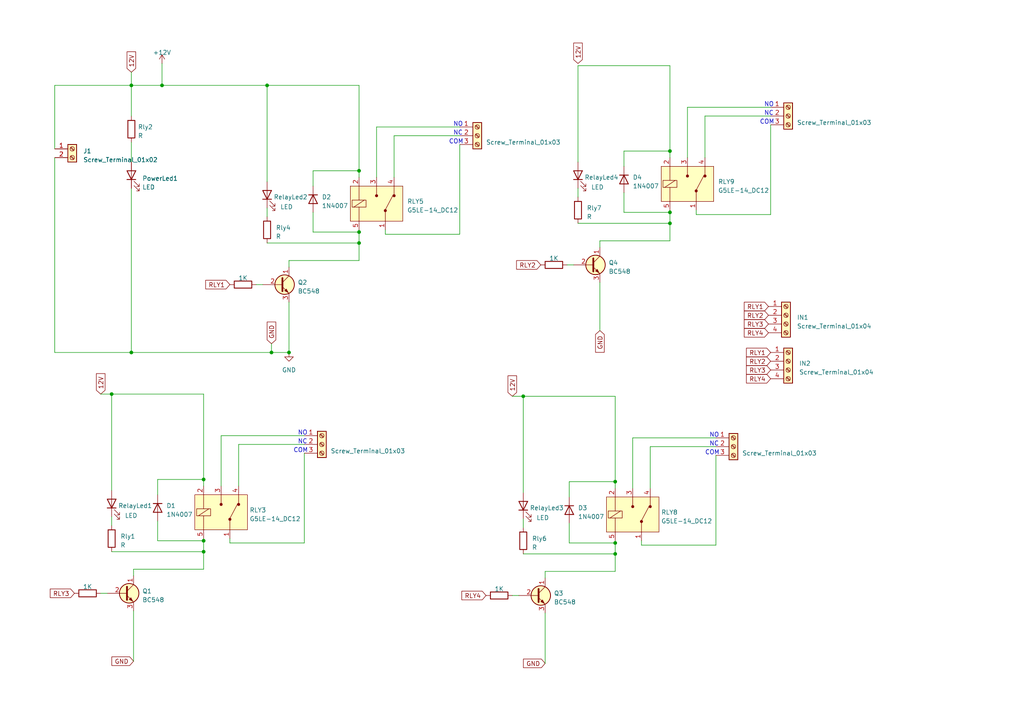
<source format=kicad_sch>
(kicad_sch (version 20230121) (generator eeschema)

  (uuid 1f540fdf-6d13-437f-8ead-0216362cf552)

  (paper "A4")

  (lib_symbols
    (symbol "Connector:Screw_Terminal_01x02" (pin_names (offset 1.016) hide) (in_bom yes) (on_board yes)
      (property "Reference" "J" (at 0 2.54 0)
        (effects (font (size 1.27 1.27)))
      )
      (property "Value" "Screw_Terminal_01x02" (at 0 -5.08 0)
        (effects (font (size 1.27 1.27)))
      )
      (property "Footprint" "" (at 0 0 0)
        (effects (font (size 1.27 1.27)) hide)
      )
      (property "Datasheet" "~" (at 0 0 0)
        (effects (font (size 1.27 1.27)) hide)
      )
      (property "ki_keywords" "screw terminal" (at 0 0 0)
        (effects (font (size 1.27 1.27)) hide)
      )
      (property "ki_description" "Generic screw terminal, single row, 01x02, script generated (kicad-library-utils/schlib/autogen/connector/)" (at 0 0 0)
        (effects (font (size 1.27 1.27)) hide)
      )
      (property "ki_fp_filters" "TerminalBlock*:*" (at 0 0 0)
        (effects (font (size 1.27 1.27)) hide)
      )
      (symbol "Screw_Terminal_01x02_1_1"
        (rectangle (start -1.27 1.27) (end 1.27 -3.81)
          (stroke (width 0.254) (type default))
          (fill (type background))
        )
        (circle (center 0 -2.54) (radius 0.635)
          (stroke (width 0.1524) (type default))
          (fill (type none))
        )
        (polyline
          (pts
            (xy -0.5334 -2.2098)
            (xy 0.3302 -3.048)
          )
          (stroke (width 0.1524) (type default))
          (fill (type none))
        )
        (polyline
          (pts
            (xy -0.5334 0.3302)
            (xy 0.3302 -0.508)
          )
          (stroke (width 0.1524) (type default))
          (fill (type none))
        )
        (polyline
          (pts
            (xy -0.3556 -2.032)
            (xy 0.508 -2.8702)
          )
          (stroke (width 0.1524) (type default))
          (fill (type none))
        )
        (polyline
          (pts
            (xy -0.3556 0.508)
            (xy 0.508 -0.3302)
          )
          (stroke (width 0.1524) (type default))
          (fill (type none))
        )
        (circle (center 0 0) (radius 0.635)
          (stroke (width 0.1524) (type default))
          (fill (type none))
        )
        (pin passive line (at -5.08 0 0) (length 3.81)
          (name "Pin_1" (effects (font (size 1.27 1.27))))
          (number "1" (effects (font (size 1.27 1.27))))
        )
        (pin passive line (at -5.08 -2.54 0) (length 3.81)
          (name "Pin_2" (effects (font (size 1.27 1.27))))
          (number "2" (effects (font (size 1.27 1.27))))
        )
      )
    )
    (symbol "Connector:Screw_Terminal_01x03" (pin_names (offset 1.016) hide) (in_bom yes) (on_board yes)
      (property "Reference" "J" (at 0 5.08 0)
        (effects (font (size 1.27 1.27)))
      )
      (property "Value" "Screw_Terminal_01x03" (at 0 -5.08 0)
        (effects (font (size 1.27 1.27)))
      )
      (property "Footprint" "" (at 0 0 0)
        (effects (font (size 1.27 1.27)) hide)
      )
      (property "Datasheet" "~" (at 0 0 0)
        (effects (font (size 1.27 1.27)) hide)
      )
      (property "ki_keywords" "screw terminal" (at 0 0 0)
        (effects (font (size 1.27 1.27)) hide)
      )
      (property "ki_description" "Generic screw terminal, single row, 01x03, script generated (kicad-library-utils/schlib/autogen/connector/)" (at 0 0 0)
        (effects (font (size 1.27 1.27)) hide)
      )
      (property "ki_fp_filters" "TerminalBlock*:*" (at 0 0 0)
        (effects (font (size 1.27 1.27)) hide)
      )
      (symbol "Screw_Terminal_01x03_1_1"
        (rectangle (start -1.27 3.81) (end 1.27 -3.81)
          (stroke (width 0.254) (type default))
          (fill (type background))
        )
        (circle (center 0 -2.54) (radius 0.635)
          (stroke (width 0.1524) (type default))
          (fill (type none))
        )
        (polyline
          (pts
            (xy -0.5334 -2.2098)
            (xy 0.3302 -3.048)
          )
          (stroke (width 0.1524) (type default))
          (fill (type none))
        )
        (polyline
          (pts
            (xy -0.5334 0.3302)
            (xy 0.3302 -0.508)
          )
          (stroke (width 0.1524) (type default))
          (fill (type none))
        )
        (polyline
          (pts
            (xy -0.5334 2.8702)
            (xy 0.3302 2.032)
          )
          (stroke (width 0.1524) (type default))
          (fill (type none))
        )
        (polyline
          (pts
            (xy -0.3556 -2.032)
            (xy 0.508 -2.8702)
          )
          (stroke (width 0.1524) (type default))
          (fill (type none))
        )
        (polyline
          (pts
            (xy -0.3556 0.508)
            (xy 0.508 -0.3302)
          )
          (stroke (width 0.1524) (type default))
          (fill (type none))
        )
        (polyline
          (pts
            (xy -0.3556 3.048)
            (xy 0.508 2.2098)
          )
          (stroke (width 0.1524) (type default))
          (fill (type none))
        )
        (circle (center 0 0) (radius 0.635)
          (stroke (width 0.1524) (type default))
          (fill (type none))
        )
        (circle (center 0 2.54) (radius 0.635)
          (stroke (width 0.1524) (type default))
          (fill (type none))
        )
        (pin passive line (at -5.08 2.54 0) (length 3.81)
          (name "Pin_1" (effects (font (size 1.27 1.27))))
          (number "1" (effects (font (size 1.27 1.27))))
        )
        (pin passive line (at -5.08 0 0) (length 3.81)
          (name "Pin_2" (effects (font (size 1.27 1.27))))
          (number "2" (effects (font (size 1.27 1.27))))
        )
        (pin passive line (at -5.08 -2.54 0) (length 3.81)
          (name "Pin_3" (effects (font (size 1.27 1.27))))
          (number "3" (effects (font (size 1.27 1.27))))
        )
      )
    )
    (symbol "Connector:Screw_Terminal_01x04" (pin_names (offset 1.016) hide) (in_bom yes) (on_board yes)
      (property "Reference" "J" (at 0 5.08 0)
        (effects (font (size 1.27 1.27)))
      )
      (property "Value" "Screw_Terminal_01x04" (at 0 -7.62 0)
        (effects (font (size 1.27 1.27)))
      )
      (property "Footprint" "" (at 0 0 0)
        (effects (font (size 1.27 1.27)) hide)
      )
      (property "Datasheet" "~" (at 0 0 0)
        (effects (font (size 1.27 1.27)) hide)
      )
      (property "ki_keywords" "screw terminal" (at 0 0 0)
        (effects (font (size 1.27 1.27)) hide)
      )
      (property "ki_description" "Generic screw terminal, single row, 01x04, script generated (kicad-library-utils/schlib/autogen/connector/)" (at 0 0 0)
        (effects (font (size 1.27 1.27)) hide)
      )
      (property "ki_fp_filters" "TerminalBlock*:*" (at 0 0 0)
        (effects (font (size 1.27 1.27)) hide)
      )
      (symbol "Screw_Terminal_01x04_1_1"
        (rectangle (start -1.27 3.81) (end 1.27 -6.35)
          (stroke (width 0.254) (type default))
          (fill (type background))
        )
        (circle (center 0 -5.08) (radius 0.635)
          (stroke (width 0.1524) (type default))
          (fill (type none))
        )
        (circle (center 0 -2.54) (radius 0.635)
          (stroke (width 0.1524) (type default))
          (fill (type none))
        )
        (polyline
          (pts
            (xy -0.5334 -4.7498)
            (xy 0.3302 -5.588)
          )
          (stroke (width 0.1524) (type default))
          (fill (type none))
        )
        (polyline
          (pts
            (xy -0.5334 -2.2098)
            (xy 0.3302 -3.048)
          )
          (stroke (width 0.1524) (type default))
          (fill (type none))
        )
        (polyline
          (pts
            (xy -0.5334 0.3302)
            (xy 0.3302 -0.508)
          )
          (stroke (width 0.1524) (type default))
          (fill (type none))
        )
        (polyline
          (pts
            (xy -0.5334 2.8702)
            (xy 0.3302 2.032)
          )
          (stroke (width 0.1524) (type default))
          (fill (type none))
        )
        (polyline
          (pts
            (xy -0.3556 -4.572)
            (xy 0.508 -5.4102)
          )
          (stroke (width 0.1524) (type default))
          (fill (type none))
        )
        (polyline
          (pts
            (xy -0.3556 -2.032)
            (xy 0.508 -2.8702)
          )
          (stroke (width 0.1524) (type default))
          (fill (type none))
        )
        (polyline
          (pts
            (xy -0.3556 0.508)
            (xy 0.508 -0.3302)
          )
          (stroke (width 0.1524) (type default))
          (fill (type none))
        )
        (polyline
          (pts
            (xy -0.3556 3.048)
            (xy 0.508 2.2098)
          )
          (stroke (width 0.1524) (type default))
          (fill (type none))
        )
        (circle (center 0 0) (radius 0.635)
          (stroke (width 0.1524) (type default))
          (fill (type none))
        )
        (circle (center 0 2.54) (radius 0.635)
          (stroke (width 0.1524) (type default))
          (fill (type none))
        )
        (pin passive line (at -5.08 2.54 0) (length 3.81)
          (name "Pin_1" (effects (font (size 1.27 1.27))))
          (number "1" (effects (font (size 1.27 1.27))))
        )
        (pin passive line (at -5.08 0 0) (length 3.81)
          (name "Pin_2" (effects (font (size 1.27 1.27))))
          (number "2" (effects (font (size 1.27 1.27))))
        )
        (pin passive line (at -5.08 -2.54 0) (length 3.81)
          (name "Pin_3" (effects (font (size 1.27 1.27))))
          (number "3" (effects (font (size 1.27 1.27))))
        )
        (pin passive line (at -5.08 -5.08 0) (length 3.81)
          (name "Pin_4" (effects (font (size 1.27 1.27))))
          (number "4" (effects (font (size 1.27 1.27))))
        )
      )
    )
    (symbol "Device:LED" (pin_numbers hide) (pin_names (offset 1.016) hide) (in_bom yes) (on_board yes)
      (property "Reference" "D" (at 0 2.54 0)
        (effects (font (size 1.27 1.27)))
      )
      (property "Value" "LED" (at 0 -2.54 0)
        (effects (font (size 1.27 1.27)))
      )
      (property "Footprint" "" (at 0 0 0)
        (effects (font (size 1.27 1.27)) hide)
      )
      (property "Datasheet" "~" (at 0 0 0)
        (effects (font (size 1.27 1.27)) hide)
      )
      (property "ki_keywords" "LED diode" (at 0 0 0)
        (effects (font (size 1.27 1.27)) hide)
      )
      (property "ki_description" "Light emitting diode" (at 0 0 0)
        (effects (font (size 1.27 1.27)) hide)
      )
      (property "ki_fp_filters" "LED* LED_SMD:* LED_THT:*" (at 0 0 0)
        (effects (font (size 1.27 1.27)) hide)
      )
      (symbol "LED_0_1"
        (polyline
          (pts
            (xy -1.27 -1.27)
            (xy -1.27 1.27)
          )
          (stroke (width 0.254) (type default))
          (fill (type none))
        )
        (polyline
          (pts
            (xy -1.27 0)
            (xy 1.27 0)
          )
          (stroke (width 0) (type default))
          (fill (type none))
        )
        (polyline
          (pts
            (xy 1.27 -1.27)
            (xy 1.27 1.27)
            (xy -1.27 0)
            (xy 1.27 -1.27)
          )
          (stroke (width 0.254) (type default))
          (fill (type none))
        )
        (polyline
          (pts
            (xy -3.048 -0.762)
            (xy -4.572 -2.286)
            (xy -3.81 -2.286)
            (xy -4.572 -2.286)
            (xy -4.572 -1.524)
          )
          (stroke (width 0) (type default))
          (fill (type none))
        )
        (polyline
          (pts
            (xy -1.778 -0.762)
            (xy -3.302 -2.286)
            (xy -2.54 -2.286)
            (xy -3.302 -2.286)
            (xy -3.302 -1.524)
          )
          (stroke (width 0) (type default))
          (fill (type none))
        )
      )
      (symbol "LED_1_1"
        (pin passive line (at -3.81 0 0) (length 2.54)
          (name "K" (effects (font (size 1.27 1.27))))
          (number "1" (effects (font (size 1.27 1.27))))
        )
        (pin passive line (at 3.81 0 180) (length 2.54)
          (name "A" (effects (font (size 1.27 1.27))))
          (number "2" (effects (font (size 1.27 1.27))))
        )
      )
    )
    (symbol "Device:R" (pin_numbers hide) (pin_names (offset 0)) (in_bom yes) (on_board yes)
      (property "Reference" "R" (at 2.032 0 90)
        (effects (font (size 1.27 1.27)))
      )
      (property "Value" "R" (at 0 0 90)
        (effects (font (size 1.27 1.27)))
      )
      (property "Footprint" "" (at -1.778 0 90)
        (effects (font (size 1.27 1.27)) hide)
      )
      (property "Datasheet" "~" (at 0 0 0)
        (effects (font (size 1.27 1.27)) hide)
      )
      (property "ki_keywords" "R res resistor" (at 0 0 0)
        (effects (font (size 1.27 1.27)) hide)
      )
      (property "ki_description" "Resistor" (at 0 0 0)
        (effects (font (size 1.27 1.27)) hide)
      )
      (property "ki_fp_filters" "R_*" (at 0 0 0)
        (effects (font (size 1.27 1.27)) hide)
      )
      (symbol "R_0_1"
        (rectangle (start -1.016 -2.54) (end 1.016 2.54)
          (stroke (width 0.254) (type default))
          (fill (type none))
        )
      )
      (symbol "R_1_1"
        (pin passive line (at 0 3.81 270) (length 1.27)
          (name "~" (effects (font (size 1.27 1.27))))
          (number "1" (effects (font (size 1.27 1.27))))
        )
        (pin passive line (at 0 -3.81 90) (length 1.27)
          (name "~" (effects (font (size 1.27 1.27))))
          (number "2" (effects (font (size 1.27 1.27))))
        )
      )
    )
    (symbol "Diode:1N4007" (pin_numbers hide) (pin_names hide) (in_bom yes) (on_board yes)
      (property "Reference" "D" (at 0 2.54 0)
        (effects (font (size 1.27 1.27)))
      )
      (property "Value" "1N4007" (at 0 -2.54 0)
        (effects (font (size 1.27 1.27)))
      )
      (property "Footprint" "Diode_THT:D_DO-41_SOD81_P10.16mm_Horizontal" (at 0 -4.445 0)
        (effects (font (size 1.27 1.27)) hide)
      )
      (property "Datasheet" "http://www.vishay.com/docs/88503/1n4001.pdf" (at 0 0 0)
        (effects (font (size 1.27 1.27)) hide)
      )
      (property "Sim.Device" "D" (at 0 0 0)
        (effects (font (size 1.27 1.27)) hide)
      )
      (property "Sim.Pins" "1=K 2=A" (at 0 0 0)
        (effects (font (size 1.27 1.27)) hide)
      )
      (property "ki_keywords" "diode" (at 0 0 0)
        (effects (font (size 1.27 1.27)) hide)
      )
      (property "ki_description" "1000V 1A General Purpose Rectifier Diode, DO-41" (at 0 0 0)
        (effects (font (size 1.27 1.27)) hide)
      )
      (property "ki_fp_filters" "D*DO?41*" (at 0 0 0)
        (effects (font (size 1.27 1.27)) hide)
      )
      (symbol "1N4007_0_1"
        (polyline
          (pts
            (xy -1.27 1.27)
            (xy -1.27 -1.27)
          )
          (stroke (width 0.254) (type default))
          (fill (type none))
        )
        (polyline
          (pts
            (xy 1.27 0)
            (xy -1.27 0)
          )
          (stroke (width 0) (type default))
          (fill (type none))
        )
        (polyline
          (pts
            (xy 1.27 1.27)
            (xy 1.27 -1.27)
            (xy -1.27 0)
            (xy 1.27 1.27)
          )
          (stroke (width 0.254) (type default))
          (fill (type none))
        )
      )
      (symbol "1N4007_1_1"
        (pin passive line (at -3.81 0 0) (length 2.54)
          (name "K" (effects (font (size 1.27 1.27))))
          (number "1" (effects (font (size 1.27 1.27))))
        )
        (pin passive line (at 3.81 0 180) (length 2.54)
          (name "A" (effects (font (size 1.27 1.27))))
          (number "2" (effects (font (size 1.27 1.27))))
        )
      )
    )
    (symbol "PCM_Transistor_BJT_AKL:BC548" (pin_names hide) (in_bom yes) (on_board yes)
      (property "Reference" "Q" (at 5.08 1.27 0)
        (effects (font (size 1.27 1.27)) (justify left))
      )
      (property "Value" "BC548" (at 5.08 -1.27 0)
        (effects (font (size 1.27 1.27)) (justify left))
      )
      (property "Footprint" "Package_TO_SOT_THT_AKL:TO-92_Inline_Wide_CBE" (at 5.08 2.54 0)
        (effects (font (size 1.27 1.27)) hide)
      )
      (property "Datasheet" "https://www.tme.eu/Document/6c5d898a533a0762c2bc33eb26c283a8/BC546-550-DTE.pdf" (at 0 0 0)
        (effects (font (size 1.27 1.27)) hide)
      )
      (property "ki_keywords" "transistor NPN BC548" (at 0 0 0)
        (effects (font (size 1.27 1.27)) hide)
      )
      (property "ki_description" "NPN TO-92 transistor, 30V, 100mA, 500mW, Complementary to BC558, Alternate KiCAD Library" (at 0 0 0)
        (effects (font (size 1.27 1.27)) hide)
      )
      (symbol "BC548_0_1"
        (polyline
          (pts
            (xy 0.635 0.635)
            (xy 2.54 2.54)
          )
          (stroke (width 0) (type default))
          (fill (type none))
        )
        (polyline
          (pts
            (xy 0.635 -0.635)
            (xy 2.54 -2.54)
            (xy 2.54 -2.54)
          )
          (stroke (width 0) (type default))
          (fill (type none))
        )
        (polyline
          (pts
            (xy 0.635 1.905)
            (xy 0.635 -1.905)
            (xy 0.635 -1.905)
          )
          (stroke (width 0.508) (type default))
          (fill (type none))
        )
        (polyline
          (pts
            (xy 1.27 -1.778)
            (xy 1.778 -1.27)
            (xy 2.286 -2.286)
            (xy 1.27 -1.778)
            (xy 1.27 -1.778)
          )
          (stroke (width 0) (type default))
          (fill (type outline))
        )
        (circle (center 1.27 0) (radius 2.8194)
          (stroke (width 0.254) (type default))
          (fill (type background))
        )
      )
      (symbol "BC548_1_1"
        (pin passive line (at 2.54 5.08 270) (length 2.54)
          (name "C" (effects (font (size 1.27 1.27))))
          (number "1" (effects (font (size 1.27 1.27))))
        )
        (pin input line (at -5.08 0 0) (length 5.715)
          (name "B" (effects (font (size 1.27 1.27))))
          (number "2" (effects (font (size 1.27 1.27))))
        )
        (pin passive line (at 2.54 -5.08 90) (length 2.54)
          (name "E" (effects (font (size 1.27 1.27))))
          (number "3" (effects (font (size 1.27 1.27))))
        )
      )
    )
    (symbol "dk_Power-Relays-Over-2-Amps:G5LE-14_DC12" (pin_names (offset 0) hide) (in_bom yes) (on_board yes)
      (property "Reference" "RLY" (at -8.636 6.858 0)
        (effects (font (size 1.27 1.27)))
      )
      (property "Value" "G5LE-14_DC12" (at -8.89 5.08 90)
        (effects (font (size 1.27 1.27)) (justify right))
      )
      (property "Footprint" "digikey-footprints:Relay_THT_G5LE-14" (at 5.08 5.08 0)
        (effects (font (size 1.27 1.27)) (justify left) hide)
      )
      (property "Datasheet" "https://omronfs.omron.com/en_US/ecb/products/pdf/en-g5le.pdf" (at 5.08 7.62 0)
        (effects (font (size 1.524 1.524)) (justify left) hide)
      )
      (property "Digi-Key_PN" "Z1012-ND" (at 5.08 10.16 0)
        (effects (font (size 1.524 1.524)) (justify left) hide)
      )
      (property "MPN" "G5LE-14 DC12" (at 5.08 12.7 0)
        (effects (font (size 1.524 1.524)) (justify left) hide)
      )
      (property "Category" "Relays" (at 5.08 15.24 0)
        (effects (font (size 1.524 1.524)) (justify left) hide)
      )
      (property "Family" "Power Relays, Over 2 Amps" (at 5.08 17.78 0)
        (effects (font (size 1.524 1.524)) (justify left) hide)
      )
      (property "DK_Datasheet_Link" "https://omronfs.omron.com/en_US/ecb/products/pdf/en-g5le.pdf" (at 5.08 20.32 0)
        (effects (font (size 1.524 1.524)) (justify left) hide)
      )
      (property "DK_Detail_Page" "/product-detail/en/omron-electronics-inc-emc-div/G5LE-14-DC12/Z1012-ND/280369" (at 5.08 22.86 0)
        (effects (font (size 1.524 1.524)) (justify left) hide)
      )
      (property "Description" "RELAY GEN PURPOSE SPDT 10A 12V" (at 5.08 25.4 0)
        (effects (font (size 1.524 1.524)) (justify left) hide)
      )
      (property "Manufacturer" "Omron Electronics Inc-EMC Div" (at 5.08 27.94 0)
        (effects (font (size 1.524 1.524)) (justify left) hide)
      )
      (property "Status" "Active" (at 5.08 30.48 0)
        (effects (font (size 1.524 1.524)) (justify left) hide)
      )
      (property "ki_keywords" "Z1012-ND G5LE" (at 0 0 0)
        (effects (font (size 1.27 1.27)) hide)
      )
      (property "ki_description" "RELAY GEN PURPOSE SPDT 10A 12V" (at 0 0 0)
        (effects (font (size 1.27 1.27)) hide)
      )
      (symbol "G5LE-14_DC12_0_1"
        (rectangle (start -7.62 5.08) (end 7.62 -5.08)
          (stroke (width 0) (type solid))
          (fill (type background))
        )
        (rectangle (start -7.112 1.016) (end -3.048 -1.016)
          (stroke (width 0) (type solid))
          (fill (type none))
        )
        (polyline
          (pts
            (xy -6.604 -1.016)
            (xy -3.556 1.016)
          )
          (stroke (width 0) (type solid))
          (fill (type none))
        )
        (polyline
          (pts
            (xy -5.08 -5.08)
            (xy -5.08 -1.016)
          )
          (stroke (width 0) (type solid))
          (fill (type none))
        )
        (polyline
          (pts
            (xy -5.08 5.08)
            (xy -5.08 1.016)
          )
          (stroke (width 0) (type solid))
          (fill (type none))
        )
        (polyline
          (pts
            (xy 0 5.08)
            (xy 0 2.54)
          )
          (stroke (width 0) (type solid))
          (fill (type none))
        )
        (polyline
          (pts
            (xy 2.54 -5.08)
            (xy 2.54 -2.286)
          )
          (stroke (width 0) (type solid))
          (fill (type none))
        )
        (polyline
          (pts
            (xy 2.54 -1.778)
            (xy 4.826 2.54)
          )
          (stroke (width 0) (type solid))
          (fill (type none))
        )
        (polyline
          (pts
            (xy 5.08 5.08)
            (xy 5.08 2.54)
          )
          (stroke (width 0) (type solid))
          (fill (type none))
        )
        (circle (center 0 2.286) (radius 0.3556)
          (stroke (width 0) (type solid))
          (fill (type outline))
        )
        (circle (center 2.54 -2.032) (radius 0.3556)
          (stroke (width 0) (type solid))
          (fill (type outline))
        )
        (circle (center 5.08 2.286) (radius 0.3556)
          (stroke (width 0) (type solid))
          (fill (type outline))
        )
      )
      (symbol "G5LE-14_DC12_1_1"
        (pin passive line (at 2.54 -7.62 90) (length 2.54)
          (name "COM" (effects (font (size 1.27 1.27))))
          (number "1" (effects (font (size 1.27 1.27))))
        )
        (pin passive line (at -5.08 7.62 270) (length 2.54)
          (name "COIL" (effects (font (size 1.27 1.27))))
          (number "2" (effects (font (size 1.27 1.27))))
        )
        (pin passive line (at 0 7.62 270) (length 2.54)
          (name "NO" (effects (font (size 1.27 1.27))))
          (number "3" (effects (font (size 1.27 1.27))))
        )
        (pin passive line (at 5.08 7.62 270) (length 2.54)
          (name "NC" (effects (font (size 1.27 1.27))))
          (number "4" (effects (font (size 1.27 1.27))))
        )
        (pin passive line (at -5.08 -7.62 90) (length 2.54)
          (name "COIL" (effects (font (size 1.27 1.27))))
          (number "5" (effects (font (size 1.27 1.27))))
        )
      )
    )
    (symbol "power:+12V" (power) (pin_names (offset 0)) (in_bom yes) (on_board yes)
      (property "Reference" "#PWR" (at 0 -3.81 0)
        (effects (font (size 1.27 1.27)) hide)
      )
      (property "Value" "+12V" (at 0 3.556 0)
        (effects (font (size 1.27 1.27)))
      )
      (property "Footprint" "" (at 0 0 0)
        (effects (font (size 1.27 1.27)) hide)
      )
      (property "Datasheet" "" (at 0 0 0)
        (effects (font (size 1.27 1.27)) hide)
      )
      (property "ki_keywords" "global power" (at 0 0 0)
        (effects (font (size 1.27 1.27)) hide)
      )
      (property "ki_description" "Power symbol creates a global label with name \"+12V\"" (at 0 0 0)
        (effects (font (size 1.27 1.27)) hide)
      )
      (symbol "+12V_0_1"
        (polyline
          (pts
            (xy -0.762 1.27)
            (xy 0 2.54)
          )
          (stroke (width 0) (type default))
          (fill (type none))
        )
        (polyline
          (pts
            (xy 0 0)
            (xy 0 2.54)
          )
          (stroke (width 0) (type default))
          (fill (type none))
        )
        (polyline
          (pts
            (xy 0 2.54)
            (xy 0.762 1.27)
          )
          (stroke (width 0) (type default))
          (fill (type none))
        )
      )
      (symbol "+12V_1_1"
        (pin power_in line (at 0 0 90) (length 0) hide
          (name "+12V" (effects (font (size 1.27 1.27))))
          (number "1" (effects (font (size 1.27 1.27))))
        )
      )
    )
    (symbol "power:GND" (power) (pin_names (offset 0)) (in_bom yes) (on_board yes)
      (property "Reference" "#PWR" (at 0 -6.35 0)
        (effects (font (size 1.27 1.27)) hide)
      )
      (property "Value" "GND" (at 0 -3.81 0)
        (effects (font (size 1.27 1.27)))
      )
      (property "Footprint" "" (at 0 0 0)
        (effects (font (size 1.27 1.27)) hide)
      )
      (property "Datasheet" "" (at 0 0 0)
        (effects (font (size 1.27 1.27)) hide)
      )
      (property "ki_keywords" "global power" (at 0 0 0)
        (effects (font (size 1.27 1.27)) hide)
      )
      (property "ki_description" "Power symbol creates a global label with name \"GND\" , ground" (at 0 0 0)
        (effects (font (size 1.27 1.27)) hide)
      )
      (symbol "GND_0_1"
        (polyline
          (pts
            (xy 0 0)
            (xy 0 -1.27)
            (xy 1.27 -1.27)
            (xy 0 -2.54)
            (xy -1.27 -1.27)
            (xy 0 -1.27)
          )
          (stroke (width 0) (type default))
          (fill (type none))
        )
      )
      (symbol "GND_1_1"
        (pin power_in line (at 0 0 270) (length 0) hide
          (name "GND" (effects (font (size 1.27 1.27))))
          (number "1" (effects (font (size 1.27 1.27))))
        )
      )
    )
  )

  (junction (at 38.1 102.235) (diameter 0) (color 0 0 0 0)
    (uuid 09520c1f-6400-4280-b9e5-dc579d2b7134)
  )
  (junction (at 77.47 24.765) (diameter 0) (color 0 0 0 0)
    (uuid 30fcee67-bfa3-43dd-a450-60f758ee72c5)
  )
  (junction (at 151.765 114.935) (diameter 0) (color 0 0 0 0)
    (uuid 3480310e-441f-43eb-b7a3-a8cadca7e36f)
  )
  (junction (at 59.055 139.065) (diameter 0) (color 0 0 0 0)
    (uuid 4a15c044-f64b-4578-b5a0-6596aa134674)
  )
  (junction (at 178.435 160.655) (diameter 0) (color 0 0 0 0)
    (uuid 5b1d31f5-94d1-4cb1-9070-33f4993c58a6)
  )
  (junction (at 38.1 24.765) (diameter 0) (color 0 0 0 0)
    (uuid 673bac00-fc12-41a3-9f56-fd073f547b1f)
  )
  (junction (at 78.74 102.235) (diameter 0) (color 0 0 0 0)
    (uuid 7981e62a-bf7a-4164-b8a4-64cacd81af91)
  )
  (junction (at 178.435 139.7) (diameter 0) (color 0 0 0 0)
    (uuid 7d854b50-0c0e-438f-a07f-1cd17734f5e6)
  )
  (junction (at 194.31 43.815) (diameter 0) (color 0 0 0 0)
    (uuid 8699e714-1ddb-433b-a8b6-f1701025ab88)
  )
  (junction (at 59.055 160.02) (diameter 0) (color 0 0 0 0)
    (uuid 8baafa10-97ae-4fa2-bd42-0078c0bff7ae)
  )
  (junction (at 104.14 67.31) (diameter 0) (color 0 0 0 0)
    (uuid 9b3519c7-e49c-4aea-b3ff-d7eaf1250abd)
  )
  (junction (at 59.055 156.845) (diameter 0) (color 0 0 0 0)
    (uuid b19db6d4-539a-4f49-b32c-b8342ef8f2b6)
  )
  (junction (at 178.435 157.48) (diameter 0) (color 0 0 0 0)
    (uuid b9496355-1bed-4c72-8ed8-748e8ff1b961)
  )
  (junction (at 83.82 102.235) (diameter 0) (color 0 0 0 0)
    (uuid baef64da-ab79-4e40-8a65-9918883fe38e)
  )
  (junction (at 46.99 24.765) (diameter 0) (color 0 0 0 0)
    (uuid ddabca7a-6ef2-480f-9042-5c0b07883039)
  )
  (junction (at 194.31 61.595) (diameter 0) (color 0 0 0 0)
    (uuid e31d3115-8714-4313-b8e0-546cb428396b)
  )
  (junction (at 194.31 64.77) (diameter 0) (color 0 0 0 0)
    (uuid e7630d5e-2ed4-41d6-b7b4-05135d8436a4)
  )
  (junction (at 32.385 114.3) (diameter 0) (color 0 0 0 0)
    (uuid ebaa74cd-4368-49ec-abfa-a0ca5d944659)
  )
  (junction (at 104.14 49.53) (diameter 0) (color 0 0 0 0)
    (uuid f21f7c9f-24c3-412e-a121-e6d3c7f9c6d9)
  )
  (junction (at 104.14 70.485) (diameter 0) (color 0 0 0 0)
    (uuid fbe0060e-bbe4-486c-afa5-c69c73f65d35)
  )

  (wire (pts (xy 77.47 60.325) (xy 77.47 62.865))
    (stroke (width 0) (type default))
    (uuid 01a0abac-f5b6-4636-9d10-f9ecf39337f7)
  )
  (wire (pts (xy 90.805 49.53) (xy 104.14 49.53))
    (stroke (width 0) (type default))
    (uuid 04c4375b-3c40-4791-acfb-a12511f380c3)
  )
  (wire (pts (xy 59.055 160.02) (xy 59.055 165.1))
    (stroke (width 0) (type default))
    (uuid 0560b5f1-b3aa-4fc0-a8ff-0ff5679284f7)
  )
  (wire (pts (xy 194.31 61.595) (xy 194.31 60.96))
    (stroke (width 0) (type default))
    (uuid 078138a7-51e1-413b-b6a0-48d5f7e5d13a)
  )
  (wire (pts (xy 167.64 19.05) (xy 167.64 46.99))
    (stroke (width 0) (type default))
    (uuid 0ac69f11-0b10-4987-83b5-f711ab1f9ad0)
  )
  (wire (pts (xy 180.975 55.88) (xy 180.975 61.595))
    (stroke (width 0) (type default))
    (uuid 0e50535e-1e30-4230-9903-669bc1c5fa9c)
  )
  (wire (pts (xy 59.055 156.845) (xy 59.055 156.21))
    (stroke (width 0) (type default))
    (uuid 14f7de57-04b4-4c67-92db-758fae13a0d1)
  )
  (wire (pts (xy 76.2 82.55) (xy 74.295 82.55))
    (stroke (width 0) (type default))
    (uuid 1c91f6bb-680a-4f3b-bfe9-94d19cf46b96)
  )
  (wire (pts (xy 151.765 114.935) (xy 178.435 114.935))
    (stroke (width 0) (type default))
    (uuid 1ddd0174-7900-4e1a-bcfe-0cef0c6a7082)
  )
  (wire (pts (xy 151.765 150.495) (xy 151.765 153.035))
    (stroke (width 0) (type default))
    (uuid 20657ffc-d047-4830-97b0-7175fb8ccca3)
  )
  (wire (pts (xy 165.1 139.7) (xy 178.435 139.7))
    (stroke (width 0) (type default))
    (uuid 2184f09f-a045-4586-b1da-91c357aa0cab)
  )
  (wire (pts (xy 90.805 67.31) (xy 104.14 67.31))
    (stroke (width 0) (type default))
    (uuid 23e9bfd5-de85-406e-92a8-54d1f65c9b12)
  )
  (wire (pts (xy 46.99 18.415) (xy 46.99 24.765))
    (stroke (width 0) (type default))
    (uuid 2924f879-ee8f-432b-852a-5f9623a03278)
  )
  (wire (pts (xy 194.31 19.05) (xy 194.31 43.815))
    (stroke (width 0) (type default))
    (uuid 2d575635-9154-4880-ae76-5d1e1c8aec22)
  )
  (wire (pts (xy 167.64 64.77) (xy 194.31 64.77))
    (stroke (width 0) (type default))
    (uuid 31114175-91db-40e6-a373-805195314833)
  )
  (wire (pts (xy 178.435 157.48) (xy 178.435 160.655))
    (stroke (width 0) (type default))
    (uuid 34eb00e1-47cc-4ef6-a67c-dd0f040a002d)
  )
  (wire (pts (xy 173.99 81.915) (xy 173.99 95.885))
    (stroke (width 0) (type default))
    (uuid 35681206-fdc2-47a9-9410-7a9a4131042c)
  )
  (wire (pts (xy 188.595 129.54) (xy 207.645 129.54))
    (stroke (width 0) (type default))
    (uuid 3751130f-0cdb-4256-9f68-2a29baf77efa)
  )
  (wire (pts (xy 64.135 140.97) (xy 64.135 126.365))
    (stroke (width 0) (type default))
    (uuid 3fd0c973-785d-4bf5-adf6-537957502f05)
  )
  (wire (pts (xy 223.52 62.23) (xy 201.93 62.23))
    (stroke (width 0) (type default))
    (uuid 3fe464f0-e936-4bf3-b791-e2cf5da43930)
  )
  (wire (pts (xy 15.875 24.765) (xy 38.1 24.765))
    (stroke (width 0) (type default))
    (uuid 4088b9a2-be72-45ae-b0ab-13b3463b670a)
  )
  (wire (pts (xy 104.14 67.31) (xy 104.14 70.485))
    (stroke (width 0) (type default))
    (uuid 426e6e32-8093-4f38-8167-c5e5645c4480)
  )
  (wire (pts (xy 15.875 45.72) (xy 15.875 102.235))
    (stroke (width 0) (type default))
    (uuid 447ddf73-980b-4516-8d74-fb9bc792b9a9)
  )
  (wire (pts (xy 32.385 149.86) (xy 32.385 152.4))
    (stroke (width 0) (type default))
    (uuid 44f6446d-523e-4223-8bf0-f7b1a79e951d)
  )
  (wire (pts (xy 59.055 165.1) (xy 38.735 165.1))
    (stroke (width 0) (type default))
    (uuid 457e1a26-1890-4df0-ac35-8aac5338837e)
  )
  (wire (pts (xy 88.265 131.445) (xy 88.265 157.48))
    (stroke (width 0) (type default))
    (uuid 45859a49-18f1-4306-a62c-2c467e27c349)
  )
  (wire (pts (xy 183.515 127) (xy 207.645 127))
    (stroke (width 0) (type default))
    (uuid 4654f5d3-2844-4b75-9d2f-1d7a79d0e581)
  )
  (wire (pts (xy 151.765 114.935) (xy 151.765 142.875))
    (stroke (width 0) (type default))
    (uuid 4995ab3f-b6c5-4a9b-871a-de320aa6cd27)
  )
  (wire (pts (xy 15.875 102.235) (xy 38.1 102.235))
    (stroke (width 0) (type default))
    (uuid 4aa1be04-4c78-4ba0-b57e-7540f393e3a6)
  )
  (wire (pts (xy 69.215 128.905) (xy 88.265 128.905))
    (stroke (width 0) (type default))
    (uuid 4e8a39cd-36dd-48fd-b7ed-b10de1322a2a)
  )
  (wire (pts (xy 88.265 157.48) (xy 66.675 157.48))
    (stroke (width 0) (type default))
    (uuid 500bc3ea-13c9-4039-8fe4-7a4531f82f57)
  )
  (wire (pts (xy 158.115 165.735) (xy 158.115 167.64))
    (stroke (width 0) (type default))
    (uuid 508f9e98-6e25-40be-af9b-0496756b5646)
  )
  (wire (pts (xy 104.14 70.485) (xy 104.14 75.565))
    (stroke (width 0) (type default))
    (uuid 5456fc7b-26a4-40c7-8319-927d5b12762f)
  )
  (wire (pts (xy 133.35 41.91) (xy 133.35 67.945))
    (stroke (width 0) (type default))
    (uuid 571a7057-f512-46cc-bd32-c92b231b63f7)
  )
  (wire (pts (xy 148.59 114.935) (xy 151.765 114.935))
    (stroke (width 0) (type default))
    (uuid 5b9dd04c-e2d2-4116-a763-6957b4acdb2a)
  )
  (wire (pts (xy 59.055 156.845) (xy 59.055 160.02))
    (stroke (width 0) (type default))
    (uuid 5befce5f-1e33-4620-a11e-ef811f33e2eb)
  )
  (wire (pts (xy 69.215 140.97) (xy 69.215 128.905))
    (stroke (width 0) (type default))
    (uuid 60568690-2654-474f-994c-825e2e373d35)
  )
  (wire (pts (xy 45.72 139.065) (xy 59.055 139.065))
    (stroke (width 0) (type default))
    (uuid 652c9134-0280-4265-bef2-4f28d5475ab1)
  )
  (wire (pts (xy 204.47 45.72) (xy 204.47 33.655))
    (stroke (width 0) (type default))
    (uuid 7328726b-17d4-4cbf-8672-e21102c58f77)
  )
  (wire (pts (xy 32.385 114.3) (xy 59.055 114.3))
    (stroke (width 0) (type default))
    (uuid 7b794a61-06b7-4e19-967c-aa418b0fee9b)
  )
  (wire (pts (xy 45.72 143.51) (xy 45.72 139.065))
    (stroke (width 0) (type default))
    (uuid 804f4c6f-7f60-4fe6-a1ed-7165ee5ed28e)
  )
  (wire (pts (xy 38.1 102.235) (xy 78.74 102.235))
    (stroke (width 0) (type default))
    (uuid 808b4f8e-67d8-43ea-9bd0-9e5264c353ce)
  )
  (wire (pts (xy 178.435 139.7) (xy 178.435 141.605))
    (stroke (width 0) (type default))
    (uuid 815c5736-fabc-4a2c-befe-517042dd4626)
  )
  (wire (pts (xy 38.735 165.1) (xy 38.735 167.005))
    (stroke (width 0) (type default))
    (uuid 8754591d-4343-4c6d-88aa-5f77f912f6ca)
  )
  (wire (pts (xy 32.385 160.02) (xy 59.055 160.02))
    (stroke (width 0) (type default))
    (uuid 8820cbe6-b655-4688-aa65-9646f629b701)
  )
  (wire (pts (xy 199.39 45.72) (xy 199.39 31.115))
    (stroke (width 0) (type default))
    (uuid 88af7f02-ee8d-4ced-846b-d713fc948c5a)
  )
  (wire (pts (xy 173.99 69.85) (xy 173.99 71.755))
    (stroke (width 0) (type default))
    (uuid 8b4464aa-63ee-4f63-8bdc-0561f5dd4684)
  )
  (wire (pts (xy 38.1 41.275) (xy 38.1 46.99))
    (stroke (width 0) (type default))
    (uuid 8b85808d-b44e-48c3-b609-7ff5ca146a8a)
  )
  (wire (pts (xy 77.47 24.765) (xy 77.47 52.705))
    (stroke (width 0) (type default))
    (uuid 8bd99735-6cd0-4274-a273-c116f5b7b396)
  )
  (wire (pts (xy 59.055 114.3) (xy 59.055 139.065))
    (stroke (width 0) (type default))
    (uuid 8bf58a47-21a6-4db9-997f-58390a68c39e)
  )
  (wire (pts (xy 78.74 102.235) (xy 83.82 102.235))
    (stroke (width 0) (type default))
    (uuid 8d41ed48-2259-4b60-93e4-af079771dc47)
  )
  (wire (pts (xy 77.47 24.765) (xy 104.14 24.765))
    (stroke (width 0) (type default))
    (uuid 8d6c4b0a-041b-4447-b2e9-a7e0b8c62d16)
  )
  (wire (pts (xy 90.805 53.975) (xy 90.805 49.53))
    (stroke (width 0) (type default))
    (uuid 8e2fda30-7a22-4553-905f-83c592f832fc)
  )
  (wire (pts (xy 45.72 151.13) (xy 45.72 156.845))
    (stroke (width 0) (type default))
    (uuid 8ebbd365-1505-4415-8f10-1b34ab11feac)
  )
  (wire (pts (xy 194.31 64.77) (xy 194.31 69.85))
    (stroke (width 0) (type default))
    (uuid 8fca20f1-b833-4e42-a838-02e920d0c227)
  )
  (wire (pts (xy 59.055 139.065) (xy 59.055 140.97))
    (stroke (width 0) (type default))
    (uuid 90655506-9954-4eb8-bd0c-4f9bbfe8c2b4)
  )
  (wire (pts (xy 194.31 61.595) (xy 194.31 64.77))
    (stroke (width 0) (type default))
    (uuid 95b798d3-2016-41e4-b5bd-cd0a63a291a5)
  )
  (wire (pts (xy 204.47 33.655) (xy 223.52 33.655))
    (stroke (width 0) (type default))
    (uuid 974a8241-0066-4012-bef2-ca86884761bf)
  )
  (wire (pts (xy 186.055 158.115) (xy 186.055 156.845))
    (stroke (width 0) (type default))
    (uuid 9cfd6579-fd46-492c-adf6-c763b894a89d)
  )
  (wire (pts (xy 165.1 144.145) (xy 165.1 139.7))
    (stroke (width 0) (type default))
    (uuid 9d1bf496-78fb-4db6-be11-2bb42fc239c3)
  )
  (wire (pts (xy 90.805 61.595) (xy 90.805 67.31))
    (stroke (width 0) (type default))
    (uuid 9d279f7c-8fd5-46a7-9c0f-c659d5234b75)
  )
  (wire (pts (xy 158.115 177.8) (xy 158.115 192.405))
    (stroke (width 0) (type default))
    (uuid 9e48164a-4c7c-4053-a0ab-c0e76a550e55)
  )
  (wire (pts (xy 180.975 61.595) (xy 194.31 61.595))
    (stroke (width 0) (type default))
    (uuid 9f5230bf-0267-40bf-8a25-d3cce9e0398a)
  )
  (wire (pts (xy 38.1 24.765) (xy 38.1 33.655))
    (stroke (width 0) (type default))
    (uuid 9f9300d1-7cec-4bce-9964-07249a2f338e)
  )
  (wire (pts (xy 114.3 51.435) (xy 114.3 39.37))
    (stroke (width 0) (type default))
    (uuid 9fd58179-2ab3-493b-b915-eb411b502d07)
  )
  (wire (pts (xy 38.1 20.955) (xy 38.1 24.765))
    (stroke (width 0) (type default))
    (uuid a31dc429-f325-41ca-9a46-1e3063a1ec9a)
  )
  (wire (pts (xy 165.1 151.765) (xy 165.1 157.48))
    (stroke (width 0) (type default))
    (uuid a4f30df0-b589-4e93-b1c0-f1d3e645f696)
  )
  (wire (pts (xy 223.52 36.195) (xy 223.52 62.23))
    (stroke (width 0) (type default))
    (uuid a560d529-741a-4fae-9b0f-90109fa333c5)
  )
  (wire (pts (xy 32.385 114.3) (xy 32.385 142.24))
    (stroke (width 0) (type default))
    (uuid a7267b82-d299-4719-93ba-4924f287f7f4)
  )
  (wire (pts (xy 207.645 158.115) (xy 186.055 158.115))
    (stroke (width 0) (type default))
    (uuid aaec1efc-3656-44c9-af88-216c23500cbd)
  )
  (wire (pts (xy 29.21 114.3) (xy 32.385 114.3))
    (stroke (width 0) (type default))
    (uuid ad031490-3c2d-46fe-8c7c-4ed921c7580f)
  )
  (wire (pts (xy 180.975 43.815) (xy 194.31 43.815))
    (stroke (width 0) (type default))
    (uuid b1bf2a5e-90f8-4795-84ef-844c2b9dd8f4)
  )
  (wire (pts (xy 38.1 54.61) (xy 38.1 102.235))
    (stroke (width 0) (type default))
    (uuid b5875bc0-0f62-4b3b-8f71-8b1d763443e8)
  )
  (wire (pts (xy 15.875 43.18) (xy 15.875 24.765))
    (stroke (width 0) (type default))
    (uuid bb876429-2537-4a3d-be05-65b61c0aba24)
  )
  (wire (pts (xy 104.14 75.565) (xy 83.82 75.565))
    (stroke (width 0) (type default))
    (uuid bcc2b0cf-60de-4a6b-99af-12ed0c22d3a2)
  )
  (wire (pts (xy 166.37 76.835) (xy 164.465 76.835))
    (stroke (width 0) (type default))
    (uuid bd35a669-d8ff-411c-9e55-7481b5daddff)
  )
  (wire (pts (xy 194.31 43.815) (xy 194.31 45.72))
    (stroke (width 0) (type default))
    (uuid c12d17d1-7dca-4d98-bd95-29d970f63468)
  )
  (wire (pts (xy 109.22 51.435) (xy 109.22 36.83))
    (stroke (width 0) (type default))
    (uuid c6b707dd-42ab-4aaf-9e56-88c57bc20eec)
  )
  (wire (pts (xy 104.14 24.765) (xy 104.14 49.53))
    (stroke (width 0) (type default))
    (uuid c9f52817-c376-4fd6-a8ef-03e214021603)
  )
  (wire (pts (xy 165.1 157.48) (xy 178.435 157.48))
    (stroke (width 0) (type default))
    (uuid cb6cf72b-0727-4209-bdaa-4444c6e4a71d)
  )
  (wire (pts (xy 178.435 165.735) (xy 158.115 165.735))
    (stroke (width 0) (type default))
    (uuid ccc05b2d-af27-4797-84c4-a5d7498f162f)
  )
  (wire (pts (xy 104.14 67.31) (xy 104.14 66.675))
    (stroke (width 0) (type default))
    (uuid ccd05adf-973d-4e56-ac54-554cc8276f60)
  )
  (wire (pts (xy 66.675 157.48) (xy 66.675 156.21))
    (stroke (width 0) (type default))
    (uuid cd2bf8e4-168c-4db8-891b-8cc7937c8530)
  )
  (wire (pts (xy 83.82 75.565) (xy 83.82 77.47))
    (stroke (width 0) (type default))
    (uuid ce3f2593-cb73-490f-8b9f-dbc22cc75679)
  )
  (wire (pts (xy 151.765 160.655) (xy 178.435 160.655))
    (stroke (width 0) (type default))
    (uuid cf74fa8a-c1f5-41df-8d1c-6a085ce04b06)
  )
  (wire (pts (xy 31.115 172.085) (xy 29.21 172.085))
    (stroke (width 0) (type default))
    (uuid d00dac2b-96eb-4fe5-8bd0-4df2f8f5c870)
  )
  (wire (pts (xy 178.435 114.935) (xy 178.435 139.7))
    (stroke (width 0) (type default))
    (uuid d093b152-8c93-4f15-9741-5add7513fa4c)
  )
  (wire (pts (xy 183.515 141.605) (xy 183.515 127))
    (stroke (width 0) (type default))
    (uuid d27dcebd-835b-4fef-82b3-6c1f02a0402f)
  )
  (wire (pts (xy 188.595 141.605) (xy 188.595 129.54))
    (stroke (width 0) (type default))
    (uuid d629b749-3853-47df-bf1e-fe9c3b4dbfb6)
  )
  (wire (pts (xy 178.435 160.655) (xy 178.435 165.735))
    (stroke (width 0) (type default))
    (uuid d655ac73-699b-4596-a9fc-d88047cb4dd7)
  )
  (wire (pts (xy 109.22 36.83) (xy 133.35 36.83))
    (stroke (width 0) (type default))
    (uuid d9627cba-cd1a-41c5-87b3-57eac6861fb7)
  )
  (wire (pts (xy 167.64 19.05) (xy 194.31 19.05))
    (stroke (width 0) (type default))
    (uuid de6bce3e-ba77-46e1-bf9b-46149e9f6552)
  )
  (wire (pts (xy 46.99 24.765) (xy 77.47 24.765))
    (stroke (width 0) (type default))
    (uuid dfdb55e7-5ef5-4b9d-beda-720779e3290a)
  )
  (wire (pts (xy 167.64 54.61) (xy 167.64 57.15))
    (stroke (width 0) (type default))
    (uuid e11e90f7-0051-4e5d-82af-b144710c659e)
  )
  (wire (pts (xy 194.31 69.85) (xy 173.99 69.85))
    (stroke (width 0) (type default))
    (uuid e230e7b1-24bf-4364-bfd5-4796b45b8bfb)
  )
  (wire (pts (xy 207.645 132.08) (xy 207.645 158.115))
    (stroke (width 0) (type default))
    (uuid e28fceb7-b1b0-4900-a0c3-9adb8355d0f2)
  )
  (wire (pts (xy 78.74 99.695) (xy 78.74 102.235))
    (stroke (width 0) (type default))
    (uuid e308e4a8-8f99-44bf-b54b-08d8de02a185)
  )
  (wire (pts (xy 201.93 62.23) (xy 201.93 60.96))
    (stroke (width 0) (type default))
    (uuid e4915334-131d-488a-ade1-814ed4d49247)
  )
  (wire (pts (xy 104.14 49.53) (xy 104.14 51.435))
    (stroke (width 0) (type default))
    (uuid e6dacf12-02dc-413a-a8b0-e8ab0c990744)
  )
  (wire (pts (xy 180.975 48.26) (xy 180.975 43.815))
    (stroke (width 0) (type default))
    (uuid e720b08c-de78-497c-9660-c5c7765dfe02)
  )
  (wire (pts (xy 77.47 70.485) (xy 104.14 70.485))
    (stroke (width 0) (type default))
    (uuid e9ac6c58-5ab3-481f-a7bc-83ef58dcab58)
  )
  (wire (pts (xy 178.435 157.48) (xy 178.435 156.845))
    (stroke (width 0) (type default))
    (uuid e9e277c2-0796-4a86-b23f-07133b5ef4a9)
  )
  (wire (pts (xy 199.39 31.115) (xy 223.52 31.115))
    (stroke (width 0) (type default))
    (uuid ea04cffc-647e-4297-81f9-a6041d12fe58)
  )
  (wire (pts (xy 64.135 126.365) (xy 88.265 126.365))
    (stroke (width 0) (type default))
    (uuid ea60b031-c495-4fe6-8fd5-79331c76b9de)
  )
  (wire (pts (xy 83.82 87.63) (xy 83.82 102.235))
    (stroke (width 0) (type default))
    (uuid f2696f56-d1ea-44f4-98d6-7be0147fbc00)
  )
  (wire (pts (xy 114.3 39.37) (xy 133.35 39.37))
    (stroke (width 0) (type default))
    (uuid f7c40704-ec09-460d-9ad8-89e34968f74d)
  )
  (wire (pts (xy 111.76 67.945) (xy 111.76 66.675))
    (stroke (width 0) (type default))
    (uuid f7fc26cd-36dd-4888-8e49-a3cc5e1514dc)
  )
  (wire (pts (xy 45.72 156.845) (xy 59.055 156.845))
    (stroke (width 0) (type default))
    (uuid f8d1e161-1d9c-4f29-8524-199a7c817d16)
  )
  (wire (pts (xy 150.495 172.72) (xy 148.59 172.72))
    (stroke (width 0) (type default))
    (uuid fb41c5f4-9d77-4fef-9702-d957ff108b35)
  )
  (wire (pts (xy 38.735 177.165) (xy 38.735 191.77))
    (stroke (width 0) (type default))
    (uuid fd62a3eb-3ee2-484d-9475-dabdb78e2a3e)
  )
  (wire (pts (xy 133.35 67.945) (xy 111.76 67.945))
    (stroke (width 0) (type default))
    (uuid fd7cc088-ebdf-44b3-b517-a3156312b69f)
  )
  (wire (pts (xy 38.1 24.765) (xy 46.99 24.765))
    (stroke (width 0) (type default))
    (uuid fe95d7cc-134e-4c70-9b97-9d89045b0815)
  )

  (text "COM" (at 130.175 41.91 0)
    (effects (font (size 1.27 1.27)) (justify left bottom))
    (uuid 0a9f64bf-6eb6-484a-937e-561a1c9b8dcb)
  )
  (text "COM" (at 85.09 131.445 0)
    (effects (font (size 1.27 1.27)) (justify left bottom))
    (uuid 0ae3ce41-0d22-4a58-99ec-2549da2efa80)
  )
  (text "NO" (at 221.615 31.115 0)
    (effects (font (size 1.27 1.27)) (justify left bottom))
    (uuid 24296516-0382-41d9-b7fe-43d7f2a61e9b)
  )
  (text "NO" (at 86.36 126.365 0)
    (effects (font (size 1.27 1.27)) (justify left bottom))
    (uuid 33ae782d-7310-4ef3-bcce-3802659836fa)
  )
  (text "NO" (at 205.74 127 0)
    (effects (font (size 1.27 1.27)) (justify left bottom))
    (uuid 52517df8-5dfa-4c11-ba8e-4ac76c65dff9)
  )
  (text "COM" (at 204.47 132.08 0)
    (effects (font (size 1.27 1.27)) (justify left bottom))
    (uuid 846dea42-5535-4ccd-9e89-fbf3cd49e753)
  )
  (text "NC" (at 221.615 33.655 0)
    (effects (font (size 1.27 1.27)) (justify left bottom))
    (uuid 95584c5b-cb2b-4b50-842b-c3da112bcdaa)
  )
  (text "NC" (at 205.74 129.54 0)
    (effects (font (size 1.27 1.27)) (justify left bottom))
    (uuid 9a6caf98-ee42-4419-a392-c6ce137be95b)
  )
  (text "COM" (at 220.345 36.195 0)
    (effects (font (size 1.27 1.27)) (justify left bottom))
    (uuid acc37fcf-b6ea-42ed-8ab0-36b11604cbea)
  )
  (text "NO" (at 131.445 36.83 0)
    (effects (font (size 1.27 1.27)) (justify left bottom))
    (uuid dd70c39d-c4af-4cfc-a287-74f647bd86fb)
  )
  (text "NC" (at 86.36 128.905 0)
    (effects (font (size 1.27 1.27)) (justify left bottom))
    (uuid ea9d3896-bc63-4b61-b97d-5271ed194bbd)
  )
  (text "NC" (at 131.445 39.37 0)
    (effects (font (size 1.27 1.27)) (justify left bottom))
    (uuid fdd25296-1644-4f18-811c-ac53bdcbc650)
  )

  (global_label "RLY1" (shape input) (at 66.675 82.55 180) (fields_autoplaced)
    (effects (font (size 1.27 1.27)) (justify right))
    (uuid 1136f0ac-cbf6-45ac-ad7e-d28fb6920b72)
    (property "Intersheetrefs" "${INTERSHEET_REFS}" (at 59.173 82.55 0)
      (effects (font (size 1.27 1.27)) (justify right) hide)
    )
  )
  (global_label "12V" (shape input) (at 29.21 114.3 90) (fields_autoplaced)
    (effects (font (size 1.27 1.27)) (justify left))
    (uuid 14834f63-0b45-4e5a-9db9-13c4497dec24)
    (property "Intersheetrefs" "${INTERSHEET_REFS}" (at 29.21 107.8866 90)
      (effects (font (size 1.27 1.27)) (justify left) hide)
    )
  )
  (global_label "RLY2" (shape input) (at 223.52 104.775 180) (fields_autoplaced)
    (effects (font (size 1.27 1.27)) (justify right))
    (uuid 16057182-fb5d-43d4-bcf2-9d338d4a3a2e)
    (property "Intersheetrefs" "${INTERSHEET_REFS}" (at 216.018 104.775 0)
      (effects (font (size 1.27 1.27)) (justify right) hide)
    )
  )
  (global_label "GND" (shape input) (at 78.74 99.695 90) (fields_autoplaced)
    (effects (font (size 1.27 1.27)) (justify left))
    (uuid 255decb3-216a-4239-bbc6-ec5361488bca)
    (property "Intersheetrefs" "${INTERSHEET_REFS}" (at 78.74 92.9187 90)
      (effects (font (size 1.27 1.27)) (justify left) hide)
    )
  )
  (global_label "RLY3" (shape input) (at 21.59 172.085 180) (fields_autoplaced)
    (effects (font (size 1.27 1.27)) (justify right))
    (uuid 275d1c19-0170-42d5-be5b-38b81242d130)
    (property "Intersheetrefs" "${INTERSHEET_REFS}" (at 14.088 172.085 0)
      (effects (font (size 1.27 1.27)) (justify right) hide)
    )
  )
  (global_label "RLY3" (shape input) (at 223.52 107.315 180) (fields_autoplaced)
    (effects (font (size 1.27 1.27)) (justify right))
    (uuid 2afdce39-e0eb-47c4-8cac-1c8a736a80c4)
    (property "Intersheetrefs" "${INTERSHEET_REFS}" (at 216.018 107.315 0)
      (effects (font (size 1.27 1.27)) (justify right) hide)
    )
  )
  (global_label "RLY4" (shape input) (at 223.52 109.855 180) (fields_autoplaced)
    (effects (font (size 1.27 1.27)) (justify right))
    (uuid 41c8b76c-f051-4eac-a75f-88e9d0f4ab67)
    (property "Intersheetrefs" "${INTERSHEET_REFS}" (at 216.018 109.855 0)
      (effects (font (size 1.27 1.27)) (justify right) hide)
    )
  )
  (global_label "GND" (shape input) (at 173.99 95.885 270) (fields_autoplaced)
    (effects (font (size 1.27 1.27)) (justify right))
    (uuid 50d8e367-899c-4052-a3c8-08054e1bffd4)
    (property "Intersheetrefs" "${INTERSHEET_REFS}" (at 173.99 102.6613 90)
      (effects (font (size 1.27 1.27)) (justify right) hide)
    )
  )
  (global_label "RLY2" (shape input) (at 156.845 76.835 180) (fields_autoplaced)
    (effects (font (size 1.27 1.27)) (justify right))
    (uuid 514e5b3f-af34-4595-acea-74d1df933d90)
    (property "Intersheetrefs" "${INTERSHEET_REFS}" (at 149.343 76.835 0)
      (effects (font (size 1.27 1.27)) (justify right) hide)
    )
  )
  (global_label "12V" (shape input) (at 148.59 114.935 90) (fields_autoplaced)
    (effects (font (size 1.27 1.27)) (justify left))
    (uuid 52812129-c692-479e-aae1-881510aa255b)
    (property "Intersheetrefs" "${INTERSHEET_REFS}" (at 148.59 108.5216 90)
      (effects (font (size 1.27 1.27)) (justify left) hide)
    )
  )
  (global_label "RLY2" (shape input) (at 222.885 91.44 180) (fields_autoplaced)
    (effects (font (size 1.27 1.27)) (justify right))
    (uuid 68c56000-772d-4f9c-8ce0-fc7c82001f90)
    (property "Intersheetrefs" "${INTERSHEET_REFS}" (at 215.383 91.44 0)
      (effects (font (size 1.27 1.27)) (justify right) hide)
    )
  )
  (global_label "12V" (shape input) (at 38.1 20.955 90) (fields_autoplaced)
    (effects (font (size 1.27 1.27)) (justify left))
    (uuid 9103786d-46f5-405b-bdd3-3ae6c621a37c)
    (property "Intersheetrefs" "${INTERSHEET_REFS}" (at 38.1 14.5416 90)
      (effects (font (size 1.27 1.27)) (justify left) hide)
    )
  )
  (global_label "12V" (shape input) (at 167.64 18.415 90) (fields_autoplaced)
    (effects (font (size 1.27 1.27)) (justify left))
    (uuid b4acf143-d73d-4c16-9619-20f7a192b394)
    (property "Intersheetrefs" "${INTERSHEET_REFS}" (at 167.64 12.0016 90)
      (effects (font (size 1.27 1.27)) (justify left) hide)
    )
  )
  (global_label "RLY3" (shape input) (at 222.885 93.98 180) (fields_autoplaced)
    (effects (font (size 1.27 1.27)) (justify right))
    (uuid bac121c5-435a-4dee-9000-4113f417d568)
    (property "Intersheetrefs" "${INTERSHEET_REFS}" (at 215.383 93.98 0)
      (effects (font (size 1.27 1.27)) (justify right) hide)
    )
  )
  (global_label "GND" (shape input) (at 158.115 192.405 180) (fields_autoplaced)
    (effects (font (size 1.27 1.27)) (justify right))
    (uuid bcdf3c6a-3ab0-4fed-9925-2455ba4bd107)
    (property "Intersheetrefs" "${INTERSHEET_REFS}" (at 151.3387 192.405 0)
      (effects (font (size 1.27 1.27)) (justify right) hide)
    )
  )
  (global_label "RLY4" (shape input) (at 140.97 172.72 180) (fields_autoplaced)
    (effects (font (size 1.27 1.27)) (justify right))
    (uuid c5bc89a9-cd88-48a8-b9c0-d4f7b83ae838)
    (property "Intersheetrefs" "${INTERSHEET_REFS}" (at 133.468 172.72 0)
      (effects (font (size 1.27 1.27)) (justify right) hide)
    )
  )
  (global_label "RLY1" (shape input) (at 223.52 102.235 180) (fields_autoplaced)
    (effects (font (size 1.27 1.27)) (justify right))
    (uuid d384467e-8e99-43a9-94af-97223763f67e)
    (property "Intersheetrefs" "${INTERSHEET_REFS}" (at 216.018 102.235 0)
      (effects (font (size 1.27 1.27)) (justify right) hide)
    )
  )
  (global_label "RLY4" (shape input) (at 222.885 96.52 180) (fields_autoplaced)
    (effects (font (size 1.27 1.27)) (justify right))
    (uuid dab18ffe-82a3-49e2-9dd5-64697b70f7f2)
    (property "Intersheetrefs" "${INTERSHEET_REFS}" (at 215.383 96.52 0)
      (effects (font (size 1.27 1.27)) (justify right) hide)
    )
  )
  (global_label "GND" (shape input) (at 38.735 191.77 180) (fields_autoplaced)
    (effects (font (size 1.27 1.27)) (justify right))
    (uuid f7d9f396-5854-4a7e-83a2-ab373a3a74e3)
    (property "Intersheetrefs" "${INTERSHEET_REFS}" (at 31.9587 191.77 0)
      (effects (font (size 1.27 1.27)) (justify right) hide)
    )
  )
  (global_label "RLY1" (shape input) (at 222.885 88.9 180) (fields_autoplaced)
    (effects (font (size 1.27 1.27)) (justify right))
    (uuid fd6f5d9a-2a6f-4358-a3b2-539109f2c3ad)
    (property "Intersheetrefs" "${INTERSHEET_REFS}" (at 215.383 88.9 0)
      (effects (font (size 1.27 1.27)) (justify right) hide)
    )
  )

  (symbol (lib_id "Connector:Screw_Terminal_01x03") (at 228.6 33.655 0) (unit 1)
    (in_bom yes) (on_board yes) (dnp no) (fields_autoplaced)
    (uuid 0019500f-cb59-4178-84d8-92d0b4592ce2)
    (property "Reference" "J5" (at 231.14 33.02 0)
      (effects (font (size 1.27 1.27)) (justify left) hide)
    )
    (property "Value" "Screw_Terminal_01x03" (at 231.14 35.56 0)
      (effects (font (size 1.27 1.27)) (justify left))
    )
    (property "Footprint" "TerminalBlock_Phoenix:TerminalBlock_Phoenix_MKDS-1,5-3_1x03_P5.00mm_Horizontal" (at 228.6 33.655 0)
      (effects (font (size 1.27 1.27)) hide)
    )
    (property "Datasheet" "~" (at 228.6 33.655 0)
      (effects (font (size 1.27 1.27)) hide)
    )
    (pin "1" (uuid a8bb295a-68cd-4c38-8ac5-875e45dab42b))
    (pin "2" (uuid fb501019-271c-4f2c-8d3a-3f500c0ebd29))
    (pin "3" (uuid 1f961f55-a005-4789-acad-b3e44c7f5d78))
    (instances
      (project "relay_control"
        (path "/1f540fdf-6d13-437f-8ead-0216362cf552"
          (reference "J5") (unit 1)
        )
      )
    )
  )

  (symbol (lib_id "Device:R") (at 160.655 76.835 90) (unit 1)
    (in_bom yes) (on_board yes) (dnp no) (fields_autoplaced)
    (uuid 021a07b3-c08f-4c77-bd09-de4206a5779e)
    (property "Reference" "R4" (at 160.655 72.39 90)
      (effects (font (size 1.27 1.27)) hide)
    )
    (property "Value" "1K" (at 160.655 74.93 90)
      (effects (font (size 1.27 1.27)))
    )
    (property "Footprint" "Resistor_SMD:R_0805_2012Metric_Pad1.20x1.40mm_HandSolder" (at 160.655 78.613 90)
      (effects (font (size 1.27 1.27)) hide)
    )
    (property "Datasheet" "~" (at 160.655 76.835 0)
      (effects (font (size 1.27 1.27)) hide)
    )
    (pin "1" (uuid 2b5e42a3-0a2f-421e-8aec-a642077c5da5))
    (pin "2" (uuid 1d588c9f-751e-4bcb-ade2-73d24a996fc3))
    (instances
      (project "relay_control"
        (path "/1f540fdf-6d13-437f-8ead-0216362cf552"
          (reference "R4") (unit 1)
        )
      )
    )
  )

  (symbol (lib_id "PCM_Transistor_BJT_AKL:BC548") (at 155.575 172.72 0) (unit 1)
    (in_bom yes) (on_board yes) (dnp no) (fields_autoplaced)
    (uuid 05c26400-8ec2-4cdc-9e7d-4d99670e9ffb)
    (property "Reference" "Q3" (at 160.655 172.085 0)
      (effects (font (size 1.27 1.27)) (justify left))
    )
    (property "Value" "BC548" (at 160.655 174.625 0)
      (effects (font (size 1.27 1.27)) (justify left))
    )
    (property "Footprint" "Package_TO_SOT_THT:TO-92_Inline_Wide" (at 160.655 170.18 0)
      (effects (font (size 1.27 1.27)) hide)
    )
    (property "Datasheet" "https://www.tme.eu/Document/6c5d898a533a0762c2bc33eb26c283a8/BC546-550-DTE.pdf" (at 155.575 172.72 0)
      (effects (font (size 1.27 1.27)) hide)
    )
    (pin "1" (uuid 4bee0be8-059d-4714-8bb7-520e1eb53969))
    (pin "2" (uuid f14ccb35-d47d-490d-85b1-44163c652c24))
    (pin "3" (uuid db313b2b-54c0-4c97-a053-db386d1b2060))
    (instances
      (project "relay_control"
        (path "/1f540fdf-6d13-437f-8ead-0216362cf552"
          (reference "Q3") (unit 1)
        )
      )
    )
  )

  (symbol (lib_id "Connector:Screw_Terminal_01x03") (at 138.43 39.37 0) (unit 1)
    (in_bom yes) (on_board yes) (dnp no) (fields_autoplaced)
    (uuid 0de48331-ec75-4e4e-9fde-b28f046e2c44)
    (property "Reference" "J3" (at 140.97 38.735 0)
      (effects (font (size 1.27 1.27)) (justify left) hide)
    )
    (property "Value" "Screw_Terminal_01x03" (at 140.97 41.275 0)
      (effects (font (size 1.27 1.27)) (justify left))
    )
    (property "Footprint" "TerminalBlock_Phoenix:TerminalBlock_Phoenix_MKDS-1,5-3_1x03_P5.00mm_Horizontal" (at 138.43 39.37 0)
      (effects (font (size 1.27 1.27)) hide)
    )
    (property "Datasheet" "~" (at 138.43 39.37 0)
      (effects (font (size 1.27 1.27)) hide)
    )
    (pin "1" (uuid 684ea437-e9b6-4161-918e-f64c02d5e844))
    (pin "2" (uuid b0a47fa8-f55e-4739-8975-9fbdb2574086))
    (pin "3" (uuid a3279c9a-0b25-4cf8-8d32-13bf0d8a0142))
    (instances
      (project "relay_control"
        (path "/1f540fdf-6d13-437f-8ead-0216362cf552"
          (reference "J3") (unit 1)
        )
      )
    )
  )

  (symbol (lib_id "Device:R") (at 38.1 37.465 0) (unit 1)
    (in_bom yes) (on_board yes) (dnp no) (fields_autoplaced)
    (uuid 0e63b396-549c-4e53-96d4-346c6dd44c65)
    (property "Reference" "Rly2" (at 40.005 36.83 0)
      (effects (font (size 1.27 1.27)) (justify left))
    )
    (property "Value" "R" (at 40.005 39.37 0)
      (effects (font (size 1.27 1.27)) (justify left))
    )
    (property "Footprint" "PCM_Resistor_SMD_AKL:R_0805_2012Metric_Pad1.20x1.40mm_HandSolder" (at 36.322 37.465 90)
      (effects (font (size 1.27 1.27)) hide)
    )
    (property "Datasheet" "~" (at 38.1 37.465 0)
      (effects (font (size 1.27 1.27)) hide)
    )
    (pin "1" (uuid 96976bb1-28ee-485b-a233-c98c0543b632))
    (pin "2" (uuid 6b0f825a-1db8-462a-8f37-0fdfff675de5))
    (instances
      (project "relay_control"
        (path "/1f540fdf-6d13-437f-8ead-0216362cf552"
          (reference "Rly2") (unit 1)
        )
      )
    )
  )

  (symbol (lib_id "Device:LED") (at 32.385 146.05 90) (unit 1)
    (in_bom yes) (on_board yes) (dnp no)
    (uuid 0ea891f1-8caa-48f3-8421-38f4f4246abc)
    (property "Reference" "RelayLed1" (at 34.29 146.685 90)
      (effects (font (size 1.27 1.27)) (justify right))
    )
    (property "Value" "LED" (at 36.195 149.5425 90)
      (effects (font (size 1.27 1.27)) (justify right))
    )
    (property "Footprint" "LED_SMD:LED_1206_3216Metric_Pad1.42x1.75mm_HandSolder" (at 32.385 146.05 0)
      (effects (font (size 1.27 1.27)) hide)
    )
    (property "Datasheet" "~" (at 32.385 146.05 0)
      (effects (font (size 1.27 1.27)) hide)
    )
    (pin "1" (uuid 643e96b4-7a9a-49ee-bf45-d5a6e7ba55d0))
    (pin "2" (uuid b5564772-2b2f-4b42-9b32-18ff5d5e0464))
    (instances
      (project "relay_control"
        (path "/1f540fdf-6d13-437f-8ead-0216362cf552"
          (reference "RelayLed1") (unit 1)
        )
      )
    )
  )

  (symbol (lib_id "PCM_Transistor_BJT_AKL:BC548") (at 81.28 82.55 0) (unit 1)
    (in_bom yes) (on_board yes) (dnp no) (fields_autoplaced)
    (uuid 120ef000-4991-4ebf-8505-af0deb6ff867)
    (property "Reference" "Q2" (at 86.36 81.915 0)
      (effects (font (size 1.27 1.27)) (justify left))
    )
    (property "Value" "BC548" (at 86.36 84.455 0)
      (effects (font (size 1.27 1.27)) (justify left))
    )
    (property "Footprint" "Package_TO_SOT_THT:TO-92_Inline_Wide" (at 86.36 80.01 0)
      (effects (font (size 1.27 1.27)) hide)
    )
    (property "Datasheet" "https://www.tme.eu/Document/6c5d898a533a0762c2bc33eb26c283a8/BC546-550-DTE.pdf" (at 81.28 82.55 0)
      (effects (font (size 1.27 1.27)) hide)
    )
    (pin "1" (uuid fe3cc520-4ef6-4342-b1f3-ea517d2408af))
    (pin "2" (uuid 23752de2-661d-4217-b80a-bed9132bcb48))
    (pin "3" (uuid e7fcb6a7-bfd6-48ee-9fa9-6f67642b1eba))
    (instances
      (project "relay_control"
        (path "/1f540fdf-6d13-437f-8ead-0216362cf552"
          (reference "Q2") (unit 1)
        )
      )
    )
  )

  (symbol (lib_id "dk_Power-Relays-Over-2-Amps:G5LE-14_DC12") (at 64.135 148.59 0) (unit 1)
    (in_bom yes) (on_board yes) (dnp no) (fields_autoplaced)
    (uuid 173e9d0d-56c2-4929-a0a8-cc5efa7300cf)
    (property "Reference" "RLY3" (at 72.39 147.955 0)
      (effects (font (size 1.27 1.27)) (justify left))
    )
    (property "Value" "G5LE-14_DC12" (at 72.39 150.495 0)
      (effects (font (size 1.27 1.27)) (justify left))
    )
    (property "Footprint" "digikey-footprints:Relay_THT_G5LE-14" (at 69.215 143.51 0)
      (effects (font (size 1.27 1.27)) (justify left) hide)
    )
    (property "Datasheet" "https://omronfs.omron.com/en_US/ecb/products/pdf/en-g5le.pdf" (at 69.215 140.97 0)
      (effects (font (size 1.524 1.524)) (justify left) hide)
    )
    (property "Digi-Key_PN" "Z1012-ND" (at 69.215 138.43 0)
      (effects (font (size 1.524 1.524)) (justify left) hide)
    )
    (property "MPN" "G5LE-14 DC12" (at 69.215 135.89 0)
      (effects (font (size 1.524 1.524)) (justify left) hide)
    )
    (property "Category" "Relays" (at 69.215 133.35 0)
      (effects (font (size 1.524 1.524)) (justify left) hide)
    )
    (property "Family" "Power Relays, Over 2 Amps" (at 69.215 130.81 0)
      (effects (font (size 1.524 1.524)) (justify left) hide)
    )
    (property "DK_Datasheet_Link" "https://omronfs.omron.com/en_US/ecb/products/pdf/en-g5le.pdf" (at 69.215 128.27 0)
      (effects (font (size 1.524 1.524)) (justify left) hide)
    )
    (property "DK_Detail_Page" "/product-detail/en/omron-electronics-inc-emc-div/G5LE-14-DC12/Z1012-ND/280369" (at 69.215 125.73 0)
      (effects (font (size 1.524 1.524)) (justify left) hide)
    )
    (property "Description" "RELAY GEN PURPOSE SPDT 10A 12V" (at 69.215 123.19 0)
      (effects (font (size 1.524 1.524)) (justify left) hide)
    )
    (property "Manufacturer" "Omron Electronics Inc-EMC Div" (at 69.215 120.65 0)
      (effects (font (size 1.524 1.524)) (justify left) hide)
    )
    (property "Status" "Active" (at 69.215 118.11 0)
      (effects (font (size 1.524 1.524)) (justify left) hide)
    )
    (pin "1" (uuid e96a2e02-d7d5-4742-a6d3-4c484618914b))
    (pin "2" (uuid 0b48de45-bef8-4f8f-8922-5978c9aae284))
    (pin "3" (uuid 995afb7a-cd52-4fd5-8dcc-6a90a3179674))
    (pin "4" (uuid 15ed2775-f9b8-4832-bc77-ef5fbe38850d))
    (pin "5" (uuid d3e1fc37-9a4a-41a8-9633-3d214c328c68))
    (instances
      (project "relay_control"
        (path "/1f540fdf-6d13-437f-8ead-0216362cf552"
          (reference "RLY3") (unit 1)
        )
      )
    )
  )

  (symbol (lib_id "PCM_Transistor_BJT_AKL:BC548") (at 171.45 76.835 0) (unit 1)
    (in_bom yes) (on_board yes) (dnp no) (fields_autoplaced)
    (uuid 194bb9d6-c616-4be6-9cf4-92592df5e970)
    (property "Reference" "Q4" (at 176.53 76.2 0)
      (effects (font (size 1.27 1.27)) (justify left))
    )
    (property "Value" "BC548" (at 176.53 78.74 0)
      (effects (font (size 1.27 1.27)) (justify left))
    )
    (property "Footprint" "Package_TO_SOT_THT:TO-92_Inline_Wide" (at 176.53 74.295 0)
      (effects (font (size 1.27 1.27)) hide)
    )
    (property "Datasheet" "https://www.tme.eu/Document/6c5d898a533a0762c2bc33eb26c283a8/BC546-550-DTE.pdf" (at 171.45 76.835 0)
      (effects (font (size 1.27 1.27)) hide)
    )
    (pin "1" (uuid c99c8f78-5a63-4b82-a4a4-399575a4477f))
    (pin "2" (uuid 6bb6dfc0-c161-4f16-88d8-fb12beb0804d))
    (pin "3" (uuid 42f80255-3503-4544-85a7-96fbb94e2e84))
    (instances
      (project "relay_control"
        (path "/1f540fdf-6d13-437f-8ead-0216362cf552"
          (reference "Q4") (unit 1)
        )
      )
    )
  )

  (symbol (lib_id "dk_Power-Relays-Over-2-Amps:G5LE-14_DC12") (at 199.39 53.34 0) (unit 1)
    (in_bom yes) (on_board yes) (dnp no) (fields_autoplaced)
    (uuid 1a742fdc-b09f-4ae6-a8a0-545596a9c465)
    (property "Reference" "RLY9" (at 208.28 52.705 0)
      (effects (font (size 1.27 1.27)) (justify left))
    )
    (property "Value" "G5LE-14_DC12" (at 208.28 55.245 0)
      (effects (font (size 1.27 1.27)) (justify left))
    )
    (property "Footprint" "digikey-footprints:Relay_THT_G5LE-14" (at 204.47 48.26 0)
      (effects (font (size 1.27 1.27)) (justify left) hide)
    )
    (property "Datasheet" "https://omronfs.omron.com/en_US/ecb/products/pdf/en-g5le.pdf" (at 204.47 45.72 0)
      (effects (font (size 1.524 1.524)) (justify left) hide)
    )
    (property "Digi-Key_PN" "Z1012-ND" (at 204.47 43.18 0)
      (effects (font (size 1.524 1.524)) (justify left) hide)
    )
    (property "MPN" "G5LE-14 DC12" (at 204.47 40.64 0)
      (effects (font (size 1.524 1.524)) (justify left) hide)
    )
    (property "Category" "Relays" (at 204.47 38.1 0)
      (effects (font (size 1.524 1.524)) (justify left) hide)
    )
    (property "Family" "Power Relays, Over 2 Amps" (at 204.47 35.56 0)
      (effects (font (size 1.524 1.524)) (justify left) hide)
    )
    (property "DK_Datasheet_Link" "https://omronfs.omron.com/en_US/ecb/products/pdf/en-g5le.pdf" (at 204.47 33.02 0)
      (effects (font (size 1.524 1.524)) (justify left) hide)
    )
    (property "DK_Detail_Page" "/product-detail/en/omron-electronics-inc-emc-div/G5LE-14-DC12/Z1012-ND/280369" (at 204.47 30.48 0)
      (effects (font (size 1.524 1.524)) (justify left) hide)
    )
    (property "Description" "RELAY GEN PURPOSE SPDT 10A 12V" (at 204.47 27.94 0)
      (effects (font (size 1.524 1.524)) (justify left) hide)
    )
    (property "Manufacturer" "Omron Electronics Inc-EMC Div" (at 204.47 25.4 0)
      (effects (font (size 1.524 1.524)) (justify left) hide)
    )
    (property "Status" "Active" (at 204.47 22.86 0)
      (effects (font (size 1.524 1.524)) (justify left) hide)
    )
    (pin "1" (uuid b1b34c85-9c68-489f-85c9-e56f7f95e4cd))
    (pin "2" (uuid 8dbe6273-87e9-4903-8e30-f1648f77b0eb))
    (pin "3" (uuid c65ef18b-d51e-442e-a555-52dffe9c002c))
    (pin "4" (uuid c4b5f0e1-c5a0-4827-9f1d-330ac6a2e297))
    (pin "5" (uuid 052acda5-0d53-4047-ab2f-6590c2bf4674))
    (instances
      (project "relay_control"
        (path "/1f540fdf-6d13-437f-8ead-0216362cf552"
          (reference "RLY9") (unit 1)
        )
      )
    )
  )

  (symbol (lib_id "Device:R") (at 167.64 60.96 0) (unit 1)
    (in_bom yes) (on_board yes) (dnp no) (fields_autoplaced)
    (uuid 1e8bc0fa-fdd6-4c9a-af91-fb3c593eb0e9)
    (property "Reference" "Rly7" (at 170.18 60.325 0)
      (effects (font (size 1.27 1.27)) (justify left))
    )
    (property "Value" "R" (at 170.18 62.865 0)
      (effects (font (size 1.27 1.27)) (justify left))
    )
    (property "Footprint" "Resistor_SMD:R_1206_3216Metric_Pad1.30x1.75mm_HandSolder" (at 165.862 60.96 90)
      (effects (font (size 1.27 1.27)) hide)
    )
    (property "Datasheet" "~" (at 167.64 60.96 0)
      (effects (font (size 1.27 1.27)) hide)
    )
    (pin "1" (uuid 62f6c686-f1fb-4b60-b534-30a95c564226))
    (pin "2" (uuid 3a401635-060e-4b80-b5ef-da5911391771))
    (instances
      (project "relay_control"
        (path "/1f540fdf-6d13-437f-8ead-0216362cf552"
          (reference "Rly7") (unit 1)
        )
      )
    )
  )

  (symbol (lib_id "Diode:1N4007") (at 45.72 147.32 270) (unit 1)
    (in_bom yes) (on_board yes) (dnp no) (fields_autoplaced)
    (uuid 2c6e0bca-6267-4713-b8fb-c92db15ee985)
    (property "Reference" "D1" (at 48.26 146.685 90)
      (effects (font (size 1.27 1.27)) (justify left))
    )
    (property "Value" "1N4007" (at 48.26 149.225 90)
      (effects (font (size 1.27 1.27)) (justify left))
    )
    (property "Footprint" "Diode_THT:D_DO-41_SOD81_P10.16mm_Horizontal" (at 41.275 147.32 0)
      (effects (font (size 1.27 1.27)) hide)
    )
    (property "Datasheet" "http://www.vishay.com/docs/88503/1n4001.pdf" (at 45.72 147.32 0)
      (effects (font (size 1.27 1.27)) hide)
    )
    (property "Sim.Device" "D" (at 45.72 147.32 0)
      (effects (font (size 1.27 1.27)) hide)
    )
    (property "Sim.Pins" "1=K 2=A" (at 45.72 147.32 0)
      (effects (font (size 1.27 1.27)) hide)
    )
    (pin "1" (uuid cce123ed-72dd-4a52-8012-002e04b54ed1))
    (pin "2" (uuid eedb3cf3-02b5-46ee-a6dc-327ed64879ac))
    (instances
      (project "relay_control"
        (path "/1f540fdf-6d13-437f-8ead-0216362cf552"
          (reference "D1") (unit 1)
        )
      )
    )
  )

  (symbol (lib_id "Connector:Screw_Terminal_01x02") (at 20.955 43.18 0) (unit 1)
    (in_bom yes) (on_board yes) (dnp no) (fields_autoplaced)
    (uuid 32e05836-52fe-4227-9b51-cad458c52c84)
    (property "Reference" "J1" (at 24.13 43.815 0)
      (effects (font (size 1.27 1.27)) (justify left))
    )
    (property "Value" "Screw_Terminal_01x02" (at 24.13 46.355 0)
      (effects (font (size 1.27 1.27)) (justify left))
    )
    (property "Footprint" "TerminalBlock_Phoenix:TerminalBlock_Phoenix_MKDS-1,5-2_1x02_P5.00mm_Horizontal" (at 20.955 43.18 0)
      (effects (font (size 1.27 1.27)) hide)
    )
    (property "Datasheet" "~" (at 20.955 43.18 0)
      (effects (font (size 1.27 1.27)) hide)
    )
    (pin "1" (uuid 4f12ef5e-1c6d-4564-922e-0f0324314365))
    (pin "2" (uuid 2675a8fc-9137-43db-a6de-8198e88ba7bd))
    (instances
      (project "relay_control"
        (path "/1f540fdf-6d13-437f-8ead-0216362cf552"
          (reference "J1") (unit 1)
        )
      )
    )
  )

  (symbol (lib_id "Device:R") (at 70.485 82.55 90) (unit 1)
    (in_bom yes) (on_board yes) (dnp no) (fields_autoplaced)
    (uuid 3f56ffbb-3b0f-40db-a4e6-50097b77619e)
    (property "Reference" "R2" (at 70.485 78.105 90)
      (effects (font (size 1.27 1.27)) hide)
    )
    (property "Value" "1K" (at 70.485 80.645 90)
      (effects (font (size 1.27 1.27)))
    )
    (property "Footprint" "Resistor_SMD:R_0805_2012Metric_Pad1.20x1.40mm_HandSolder" (at 70.485 84.328 90)
      (effects (font (size 1.27 1.27)) hide)
    )
    (property "Datasheet" "~" (at 70.485 82.55 0)
      (effects (font (size 1.27 1.27)) hide)
    )
    (pin "1" (uuid 97ef219c-4f4f-4c73-8a8e-dc8abc4d5711))
    (pin "2" (uuid e419a608-d70d-43cc-9996-70e880452966))
    (instances
      (project "relay_control"
        (path "/1f540fdf-6d13-437f-8ead-0216362cf552"
          (reference "R2") (unit 1)
        )
      )
    )
  )

  (symbol (lib_id "Diode:1N4007") (at 165.1 147.955 270) (unit 1)
    (in_bom yes) (on_board yes) (dnp no) (fields_autoplaced)
    (uuid 44522a79-5ae1-4864-8a51-93280ab825be)
    (property "Reference" "D3" (at 167.64 147.32 90)
      (effects (font (size 1.27 1.27)) (justify left))
    )
    (property "Value" "1N4007" (at 167.64 149.86 90)
      (effects (font (size 1.27 1.27)) (justify left))
    )
    (property "Footprint" "Diode_THT:D_DO-41_SOD81_P10.16mm_Horizontal" (at 160.655 147.955 0)
      (effects (font (size 1.27 1.27)) hide)
    )
    (property "Datasheet" "http://www.vishay.com/docs/88503/1n4001.pdf" (at 165.1 147.955 0)
      (effects (font (size 1.27 1.27)) hide)
    )
    (property "Sim.Device" "D" (at 165.1 147.955 0)
      (effects (font (size 1.27 1.27)) hide)
    )
    (property "Sim.Pins" "1=K 2=A" (at 165.1 147.955 0)
      (effects (font (size 1.27 1.27)) hide)
    )
    (pin "1" (uuid eac3219a-a54d-43c4-927d-7cd8f5493e2f))
    (pin "2" (uuid 1597ba49-54b5-40fe-a298-d422472e70e0))
    (instances
      (project "relay_control"
        (path "/1f540fdf-6d13-437f-8ead-0216362cf552"
          (reference "D3") (unit 1)
        )
      )
    )
  )

  (symbol (lib_id "power:GND") (at 83.82 102.235 0) (unit 1)
    (in_bom yes) (on_board yes) (dnp no) (fields_autoplaced)
    (uuid 44a24cb7-c5da-49d6-82cb-cc3629001040)
    (property "Reference" "#PWR02" (at 83.82 108.585 0)
      (effects (font (size 1.27 1.27)) hide)
    )
    (property "Value" "GND" (at 83.82 107.315 0)
      (effects (font (size 1.27 1.27)))
    )
    (property "Footprint" "" (at 83.82 102.235 0)
      (effects (font (size 1.27 1.27)) hide)
    )
    (property "Datasheet" "" (at 83.82 102.235 0)
      (effects (font (size 1.27 1.27)) hide)
    )
    (pin "1" (uuid 0e8fc38b-f7f9-4b3b-ac70-cf4aa407e50c))
    (instances
      (project "relay_control"
        (path "/1f540fdf-6d13-437f-8ead-0216362cf552"
          (reference "#PWR02") (unit 1)
        )
      )
    )
  )

  (symbol (lib_id "Connector:Screw_Terminal_01x03") (at 212.725 129.54 0) (unit 1)
    (in_bom yes) (on_board yes) (dnp no) (fields_autoplaced)
    (uuid 472bf2c4-dafb-462c-86b8-bbfd7146f3d6)
    (property "Reference" "J4" (at 215.265 128.905 0)
      (effects (font (size 1.27 1.27)) (justify left) hide)
    )
    (property "Value" "Screw_Terminal_01x03" (at 215.265 131.445 0)
      (effects (font (size 1.27 1.27)) (justify left))
    )
    (property "Footprint" "TerminalBlock_Phoenix:TerminalBlock_Phoenix_MKDS-1,5-3_1x03_P5.00mm_Horizontal" (at 212.725 129.54 0)
      (effects (font (size 1.27 1.27)) hide)
    )
    (property "Datasheet" "~" (at 212.725 129.54 0)
      (effects (font (size 1.27 1.27)) hide)
    )
    (pin "1" (uuid 5edb7ea2-7f6f-4271-8e52-9e4185554a48))
    (pin "2" (uuid 2c3c4caf-5576-4e0b-86c7-c3c87e45697c))
    (pin "3" (uuid 41a2712c-0c6c-459d-99dd-746870069fcc))
    (instances
      (project "relay_control"
        (path "/1f540fdf-6d13-437f-8ead-0216362cf552"
          (reference "J4") (unit 1)
        )
      )
    )
  )

  (symbol (lib_id "Device:R") (at 32.385 156.21 0) (unit 1)
    (in_bom yes) (on_board yes) (dnp no) (fields_autoplaced)
    (uuid 481a096e-2f9c-4b78-9d11-725c09723982)
    (property "Reference" "Rly1" (at 34.925 155.575 0)
      (effects (font (size 1.27 1.27)) (justify left))
    )
    (property "Value" "R" (at 34.925 158.115 0)
      (effects (font (size 1.27 1.27)) (justify left))
    )
    (property "Footprint" "Resistor_SMD:R_1206_3216Metric_Pad1.30x1.75mm_HandSolder" (at 30.607 156.21 90)
      (effects (font (size 1.27 1.27)) hide)
    )
    (property "Datasheet" "~" (at 32.385 156.21 0)
      (effects (font (size 1.27 1.27)) hide)
    )
    (pin "1" (uuid c89414c4-2224-4fa1-8569-abc3d48fcccb))
    (pin "2" (uuid d8745851-19be-44e5-b20b-03d2e2f7c024))
    (instances
      (project "relay_control"
        (path "/1f540fdf-6d13-437f-8ead-0216362cf552"
          (reference "Rly1") (unit 1)
        )
      )
    )
  )

  (symbol (lib_id "Device:R") (at 151.765 156.845 0) (unit 1)
    (in_bom yes) (on_board yes) (dnp no) (fields_autoplaced)
    (uuid 4cfe5445-57cb-4744-b8d4-45ce0082e7d1)
    (property "Reference" "Rly6" (at 154.305 156.21 0)
      (effects (font (size 1.27 1.27)) (justify left))
    )
    (property "Value" "R" (at 154.305 158.75 0)
      (effects (font (size 1.27 1.27)) (justify left))
    )
    (property "Footprint" "Resistor_SMD:R_1206_3216Metric_Pad1.30x1.75mm_HandSolder" (at 149.987 156.845 90)
      (effects (font (size 1.27 1.27)) hide)
    )
    (property "Datasheet" "~" (at 151.765 156.845 0)
      (effects (font (size 1.27 1.27)) hide)
    )
    (pin "1" (uuid 8f406cff-ac81-423e-ab9d-ede8b7133f95))
    (pin "2" (uuid 51ea3210-c782-4e45-803d-e79f3532eb0d))
    (instances
      (project "relay_control"
        (path "/1f540fdf-6d13-437f-8ead-0216362cf552"
          (reference "Rly6") (unit 1)
        )
      )
    )
  )

  (symbol (lib_id "Device:LED") (at 167.64 50.8 90) (unit 1)
    (in_bom yes) (on_board yes) (dnp no)
    (uuid 4ed9a6cb-d2f9-4dcf-b796-9c44771537e0)
    (property "Reference" "RelayLed4" (at 169.545 51.435 90)
      (effects (font (size 1.27 1.27)) (justify right))
    )
    (property "Value" "LED" (at 171.45 54.2925 90)
      (effects (font (size 1.27 1.27)) (justify right))
    )
    (property "Footprint" "LED_SMD:LED_1206_3216Metric_Pad1.42x1.75mm_HandSolder" (at 167.64 50.8 0)
      (effects (font (size 1.27 1.27)) hide)
    )
    (property "Datasheet" "~" (at 167.64 50.8 0)
      (effects (font (size 1.27 1.27)) hide)
    )
    (pin "1" (uuid e23a9dae-5e83-4946-ab09-e255e8ee38d5))
    (pin "2" (uuid f32330e9-4fb2-4e19-9e80-c6119083c266))
    (instances
      (project "relay_control"
        (path "/1f540fdf-6d13-437f-8ead-0216362cf552"
          (reference "RelayLed4") (unit 1)
        )
      )
    )
  )

  (symbol (lib_id "Diode:1N4007") (at 90.805 57.785 270) (unit 1)
    (in_bom yes) (on_board yes) (dnp no) (fields_autoplaced)
    (uuid 5f8b37ec-20c8-4b4b-894c-5671d6e8404b)
    (property "Reference" "D2" (at 93.345 57.15 90)
      (effects (font (size 1.27 1.27)) (justify left))
    )
    (property "Value" "1N4007" (at 93.345 59.69 90)
      (effects (font (size 1.27 1.27)) (justify left))
    )
    (property "Footprint" "Diode_THT:D_DO-41_SOD81_P10.16mm_Horizontal" (at 86.36 57.785 0)
      (effects (font (size 1.27 1.27)) hide)
    )
    (property "Datasheet" "http://www.vishay.com/docs/88503/1n4001.pdf" (at 90.805 57.785 0)
      (effects (font (size 1.27 1.27)) hide)
    )
    (property "Sim.Device" "D" (at 90.805 57.785 0)
      (effects (font (size 1.27 1.27)) hide)
    )
    (property "Sim.Pins" "1=K 2=A" (at 90.805 57.785 0)
      (effects (font (size 1.27 1.27)) hide)
    )
    (pin "1" (uuid 7c3a7272-acbb-446b-86a7-73f2c2c5d3b5))
    (pin "2" (uuid fb066208-4a4c-4882-b3fe-8f65c86dd218))
    (instances
      (project "relay_control"
        (path "/1f540fdf-6d13-437f-8ead-0216362cf552"
          (reference "D2") (unit 1)
        )
      )
    )
  )

  (symbol (lib_id "Device:LED") (at 38.1 50.8 90) (unit 1)
    (in_bom yes) (on_board yes) (dnp no) (fields_autoplaced)
    (uuid 68efe9de-478c-4cc2-8104-058d19d14a0d)
    (property "Reference" "PowerLed1" (at 41.275 51.7525 90)
      (effects (font (size 1.27 1.27)) (justify right))
    )
    (property "Value" "LED" (at 41.275 54.2925 90)
      (effects (font (size 1.27 1.27)) (justify right))
    )
    (property "Footprint" "LED_SMD:LED_0805_2012Metric_Pad1.15x1.40mm_HandSolder" (at 38.1 50.8 0)
      (effects (font (size 1.27 1.27)) hide)
    )
    (property "Datasheet" "~" (at 38.1 50.8 0)
      (effects (font (size 1.27 1.27)) hide)
    )
    (pin "1" (uuid 957ba537-d20e-4e89-83f1-7ed8a45917dd))
    (pin "2" (uuid a3a77409-166c-4a2f-9338-407d6b8b1600))
    (instances
      (project "relay_control"
        (path "/1f540fdf-6d13-437f-8ead-0216362cf552"
          (reference "PowerLed1") (unit 1)
        )
      )
    )
  )

  (symbol (lib_id "Device:R") (at 144.78 172.72 90) (unit 1)
    (in_bom yes) (on_board yes) (dnp no) (fields_autoplaced)
    (uuid 6e76d87e-cc70-4945-92cb-e5cec2bebe21)
    (property "Reference" "R3" (at 144.78 168.275 90)
      (effects (font (size 1.27 1.27)) hide)
    )
    (property "Value" "1K" (at 144.78 170.815 90)
      (effects (font (size 1.27 1.27)))
    )
    (property "Footprint" "Resistor_SMD:R_0805_2012Metric_Pad1.20x1.40mm_HandSolder" (at 144.78 174.498 90)
      (effects (font (size 1.27 1.27)) hide)
    )
    (property "Datasheet" "~" (at 144.78 172.72 0)
      (effects (font (size 1.27 1.27)) hide)
    )
    (pin "1" (uuid a42d8f50-4da9-4648-abb0-07ea2eb592e7))
    (pin "2" (uuid b7ee6bcd-26de-4e3f-aefa-1f375ad36bd2))
    (instances
      (project "relay_control"
        (path "/1f540fdf-6d13-437f-8ead-0216362cf552"
          (reference "R3") (unit 1)
        )
      )
    )
  )

  (symbol (lib_id "Connector:Screw_Terminal_01x04") (at 227.965 91.44 0) (unit 1)
    (in_bom yes) (on_board yes) (dnp no) (fields_autoplaced)
    (uuid 73699291-3950-4811-a93d-5b8090ff7cb3)
    (property "Reference" "IN1" (at 231.14 92.075 0)
      (effects (font (size 1.27 1.27)) (justify left))
    )
    (property "Value" "Screw_Terminal_01x04" (at 231.14 94.615 0)
      (effects (font (size 1.27 1.27)) (justify left))
    )
    (property "Footprint" "TerminalBlock_Phoenix:TerminalBlock_Phoenix_MKDS-1,5-4_1x04_P5.00mm_Horizontal" (at 227.965 91.44 0)
      (effects (font (size 1.27 1.27)) hide)
    )
    (property "Datasheet" "~" (at 227.965 91.44 0)
      (effects (font (size 1.27 1.27)) hide)
    )
    (pin "1" (uuid 79f29f21-f73f-4c5b-8186-da84cd694390))
    (pin "2" (uuid db20a444-e625-4e91-b959-f32378f1ef11))
    (pin "3" (uuid db272c1b-a27a-42fc-8fc3-40b577695bc5))
    (pin "4" (uuid 1e4d35e4-6c2e-4544-8ef3-5d1d4f37e42b))
    (instances
      (project "relay_control"
        (path "/1f540fdf-6d13-437f-8ead-0216362cf552"
          (reference "IN1") (unit 1)
        )
      )
    )
  )

  (symbol (lib_id "Diode:1N4007") (at 180.975 52.07 270) (unit 1)
    (in_bom yes) (on_board yes) (dnp no) (fields_autoplaced)
    (uuid 75ee11c5-dc8e-48ef-a034-69a729c6e568)
    (property "Reference" "D4" (at 183.515 51.435 90)
      (effects (font (size 1.27 1.27)) (justify left))
    )
    (property "Value" "1N4007" (at 183.515 53.975 90)
      (effects (font (size 1.27 1.27)) (justify left))
    )
    (property "Footprint" "Diode_THT:D_DO-41_SOD81_P10.16mm_Horizontal" (at 176.53 52.07 0)
      (effects (font (size 1.27 1.27)) hide)
    )
    (property "Datasheet" "http://www.vishay.com/docs/88503/1n4001.pdf" (at 180.975 52.07 0)
      (effects (font (size 1.27 1.27)) hide)
    )
    (property "Sim.Device" "D" (at 180.975 52.07 0)
      (effects (font (size 1.27 1.27)) hide)
    )
    (property "Sim.Pins" "1=K 2=A" (at 180.975 52.07 0)
      (effects (font (size 1.27 1.27)) hide)
    )
    (pin "1" (uuid a1fa1daf-8aca-4388-a42f-0b481e86bb8d))
    (pin "2" (uuid e0b99c80-253f-4c58-a05c-1398fda21af6))
    (instances
      (project "relay_control"
        (path "/1f540fdf-6d13-437f-8ead-0216362cf552"
          (reference "D4") (unit 1)
        )
      )
    )
  )

  (symbol (lib_id "Connector:Screw_Terminal_01x04") (at 228.6 104.775 0) (unit 1)
    (in_bom yes) (on_board yes) (dnp no) (fields_autoplaced)
    (uuid 815acc00-289a-49c3-8b85-00a4edd0ec10)
    (property "Reference" "IN2" (at 231.775 105.41 0)
      (effects (font (size 1.27 1.27)) (justify left))
    )
    (property "Value" "Screw_Terminal_01x04" (at 231.775 107.95 0)
      (effects (font (size 1.27 1.27)) (justify left))
    )
    (property "Footprint" "Connector_PinHeader_2.54mm:PinHeader_1x04_P2.54mm_Vertical" (at 228.6 104.775 0)
      (effects (font (size 1.27 1.27)) hide)
    )
    (property "Datasheet" "~" (at 228.6 104.775 0)
      (effects (font (size 1.27 1.27)) hide)
    )
    (pin "1" (uuid 624b948f-389e-4611-b4b8-ac75d37e8ab1))
    (pin "2" (uuid cb7fb652-68e3-4188-bc53-b11850449cf4))
    (pin "3" (uuid 16d7ef90-c1c1-42af-9ecd-a962082d689b))
    (pin "4" (uuid f70093a6-69db-4786-bff5-855c5e05b875))
    (instances
      (project "relay_control"
        (path "/1f540fdf-6d13-437f-8ead-0216362cf552"
          (reference "IN2") (unit 1)
        )
      )
    )
  )

  (symbol (lib_id "dk_Power-Relays-Over-2-Amps:G5LE-14_DC12") (at 183.515 149.225 0) (unit 1)
    (in_bom yes) (on_board yes) (dnp no) (fields_autoplaced)
    (uuid 935d742b-1cef-485a-bf9f-290115fe7339)
    (property "Reference" "RLY8" (at 191.77 148.59 0)
      (effects (font (size 1.27 1.27)) (justify left))
    )
    (property "Value" "G5LE-14_DC12" (at 191.77 151.13 0)
      (effects (font (size 1.27 1.27)) (justify left))
    )
    (property "Footprint" "digikey-footprints:Relay_THT_G5LE-14" (at 188.595 144.145 0)
      (effects (font (size 1.27 1.27)) (justify left) hide)
    )
    (property "Datasheet" "https://omronfs.omron.com/en_US/ecb/products/pdf/en-g5le.pdf" (at 188.595 141.605 0)
      (effects (font (size 1.524 1.524)) (justify left) hide)
    )
    (property "Digi-Key_PN" "Z1012-ND" (at 188.595 139.065 0)
      (effects (font (size 1.524 1.524)) (justify left) hide)
    )
    (property "MPN" "G5LE-14 DC12" (at 188.595 136.525 0)
      (effects (font (size 1.524 1.524)) (justify left) hide)
    )
    (property "Category" "Relays" (at 188.595 133.985 0)
      (effects (font (size 1.524 1.524)) (justify left) hide)
    )
    (property "Family" "Power Relays, Over 2 Amps" (at 188.595 131.445 0)
      (effects (font (size 1.524 1.524)) (justify left) hide)
    )
    (property "DK_Datasheet_Link" "https://omronfs.omron.com/en_US/ecb/products/pdf/en-g5le.pdf" (at 188.595 128.905 0)
      (effects (font (size 1.524 1.524)) (justify left) hide)
    )
    (property "DK_Detail_Page" "/product-detail/en/omron-electronics-inc-emc-div/G5LE-14-DC12/Z1012-ND/280369" (at 188.595 126.365 0)
      (effects (font (size 1.524 1.524)) (justify left) hide)
    )
    (property "Description" "RELAY GEN PURPOSE SPDT 10A 12V" (at 188.595 123.825 0)
      (effects (font (size 1.524 1.524)) (justify left) hide)
    )
    (property "Manufacturer" "Omron Electronics Inc-EMC Div" (at 188.595 121.285 0)
      (effects (font (size 1.524 1.524)) (justify left) hide)
    )
    (property "Status" "Active" (at 188.595 118.745 0)
      (effects (font (size 1.524 1.524)) (justify left) hide)
    )
    (pin "1" (uuid 065480f2-4210-4cb2-a4b8-072c03169c45))
    (pin "2" (uuid b1169942-39a6-4122-8da0-9a89fc320fdd))
    (pin "3" (uuid 3a4531d2-dfd5-41d0-8a43-90fd11de647c))
    (pin "4" (uuid 47d6b0b1-389d-4771-9b2d-d8b933a7ab27))
    (pin "5" (uuid 6ba5fe9d-dbe6-4b79-b475-4294640079b3))
    (instances
      (project "relay_control"
        (path "/1f540fdf-6d13-437f-8ead-0216362cf552"
          (reference "RLY8") (unit 1)
        )
      )
    )
  )

  (symbol (lib_id "PCM_Transistor_BJT_AKL:BC548") (at 36.195 172.085 0) (unit 1)
    (in_bom yes) (on_board yes) (dnp no) (fields_autoplaced)
    (uuid 9e4d52f9-0d45-454f-86dc-195b06de8db9)
    (property "Reference" "Q1" (at 41.275 171.45 0)
      (effects (font (size 1.27 1.27)) (justify left))
    )
    (property "Value" "BC548" (at 41.275 173.99 0)
      (effects (font (size 1.27 1.27)) (justify left))
    )
    (property "Footprint" "Package_TO_SOT_THT:TO-92_Inline_Wide" (at 41.275 169.545 0)
      (effects (font (size 1.27 1.27)) hide)
    )
    (property "Datasheet" "https://www.tme.eu/Document/6c5d898a533a0762c2bc33eb26c283a8/BC546-550-DTE.pdf" (at 36.195 172.085 0)
      (effects (font (size 1.27 1.27)) hide)
    )
    (pin "1" (uuid 8dca8c04-4322-4bb2-834a-65c93a3ad3cb))
    (pin "2" (uuid 15746faa-7323-4f02-a4fc-8a8cf930c50a))
    (pin "3" (uuid d49aa03c-7ed5-46fb-8904-dd5208725d9f))
    (instances
      (project "relay_control"
        (path "/1f540fdf-6d13-437f-8ead-0216362cf552"
          (reference "Q1") (unit 1)
        )
      )
    )
  )

  (symbol (lib_id "Connector:Screw_Terminal_01x03") (at 93.345 128.905 0) (unit 1)
    (in_bom yes) (on_board yes) (dnp no) (fields_autoplaced)
    (uuid a4136f55-2cc5-48f7-bc28-30366eed5f2d)
    (property "Reference" "J2" (at 95.885 128.27 0)
      (effects (font (size 1.27 1.27)) (justify left) hide)
    )
    (property "Value" "Screw_Terminal_01x03" (at 95.885 130.81 0)
      (effects (font (size 1.27 1.27)) (justify left))
    )
    (property "Footprint" "TerminalBlock_Phoenix:TerminalBlock_Phoenix_MKDS-1,5-3_1x03_P5.00mm_Horizontal" (at 93.345 128.905 0)
      (effects (font (size 1.27 1.27)) hide)
    )
    (property "Datasheet" "~" (at 93.345 128.905 0)
      (effects (font (size 1.27 1.27)) hide)
    )
    (pin "1" (uuid 23ddf367-dbf2-4c82-9a1c-8c26283ec918))
    (pin "2" (uuid 7330f757-7c18-4df6-8e60-0a1b2eee6a0e))
    (pin "3" (uuid c70a2e5b-021a-44fe-8147-c5129c5c99e7))
    (instances
      (project "relay_control"
        (path "/1f540fdf-6d13-437f-8ead-0216362cf552"
          (reference "J2") (unit 1)
        )
      )
    )
  )

  (symbol (lib_id "Device:LED") (at 77.47 56.515 90) (unit 1)
    (in_bom yes) (on_board yes) (dnp no)
    (uuid a528c5f6-a980-48c6-9067-c763fa77470d)
    (property "Reference" "RelayLed2" (at 79.375 57.15 90)
      (effects (font (size 1.27 1.27)) (justify right))
    )
    (property "Value" "LED" (at 81.28 60.0075 90)
      (effects (font (size 1.27 1.27)) (justify right))
    )
    (property "Footprint" "LED_SMD:LED_1206_3216Metric_Pad1.42x1.75mm_HandSolder" (at 77.47 56.515 0)
      (effects (font (size 1.27 1.27)) hide)
    )
    (property "Datasheet" "~" (at 77.47 56.515 0)
      (effects (font (size 1.27 1.27)) hide)
    )
    (pin "1" (uuid e2601183-f34a-41d7-8dab-edc778d67d6e))
    (pin "2" (uuid 3c7dbaa4-ae39-47a1-bb3e-e3c96254c3c4))
    (instances
      (project "relay_control"
        (path "/1f540fdf-6d13-437f-8ead-0216362cf552"
          (reference "RelayLed2") (unit 1)
        )
      )
    )
  )

  (symbol (lib_id "dk_Power-Relays-Over-2-Amps:G5LE-14_DC12") (at 109.22 59.055 0) (unit 1)
    (in_bom yes) (on_board yes) (dnp no) (fields_autoplaced)
    (uuid c2e60c45-66f3-4370-999b-0d4bcdbbca2e)
    (property "Reference" "RLY5" (at 118.11 58.42 0)
      (effects (font (size 1.27 1.27)) (justify left))
    )
    (property "Value" "G5LE-14_DC12" (at 118.11 60.96 0)
      (effects (font (size 1.27 1.27)) (justify left))
    )
    (property "Footprint" "digikey-footprints:Relay_THT_G5LE-14" (at 114.3 53.975 0)
      (effects (font (size 1.27 1.27)) (justify left) hide)
    )
    (property "Datasheet" "https://omronfs.omron.com/en_US/ecb/products/pdf/en-g5le.pdf" (at 114.3 51.435 0)
      (effects (font (size 1.524 1.524)) (justify left) hide)
    )
    (property "Digi-Key_PN" "Z1012-ND" (at 114.3 48.895 0)
      (effects (font (size 1.524 1.524)) (justify left) hide)
    )
    (property "MPN" "G5LE-14 DC12" (at 114.3 46.355 0)
      (effects (font (size 1.524 1.524)) (justify left) hide)
    )
    (property "Category" "Relays" (at 114.3 43.815 0)
      (effects (font (size 1.524 1.524)) (justify left) hide)
    )
    (property "Family" "Power Relays, Over 2 Amps" (at 114.3 41.275 0)
      (effects (font (size 1.524 1.524)) (justify left) hide)
    )
    (property "DK_Datasheet_Link" "https://omronfs.omron.com/en_US/ecb/products/pdf/en-g5le.pdf" (at 114.3 38.735 0)
      (effects (font (size 1.524 1.524)) (justify left) hide)
    )
    (property "DK_Detail_Page" "/product-detail/en/omron-electronics-inc-emc-div/G5LE-14-DC12/Z1012-ND/280369" (at 114.3 36.195 0)
      (effects (font (size 1.524 1.524)) (justify left) hide)
    )
    (property "Description" "RELAY GEN PURPOSE SPDT 10A 12V" (at 114.3 33.655 0)
      (effects (font (size 1.524 1.524)) (justify left) hide)
    )
    (property "Manufacturer" "Omron Electronics Inc-EMC Div" (at 114.3 31.115 0)
      (effects (font (size 1.524 1.524)) (justify left) hide)
    )
    (property "Status" "Active" (at 114.3 28.575 0)
      (effects (font (size 1.524 1.524)) (justify left) hide)
    )
    (pin "1" (uuid 9d127afb-a192-40d9-9c88-c612d0fdc191))
    (pin "2" (uuid b31c6429-7dd4-4742-b55d-a64cbcf5c35c))
    (pin "3" (uuid c90bfd9b-58cd-4e0b-a011-a16fe11b1ba5))
    (pin "4" (uuid 5d645483-2a04-4dfc-8552-6f7636cadaf5))
    (pin "5" (uuid 2bec7ef2-def2-48c1-ac4c-567a361cbeb5))
    (instances
      (project "relay_control"
        (path "/1f540fdf-6d13-437f-8ead-0216362cf552"
          (reference "RLY5") (unit 1)
        )
      )
    )
  )

  (symbol (lib_id "Device:R") (at 77.47 66.675 0) (unit 1)
    (in_bom yes) (on_board yes) (dnp no) (fields_autoplaced)
    (uuid c54b67f9-bb97-4c34-ac62-e76d609d7f5e)
    (property "Reference" "Rly4" (at 80.01 66.04 0)
      (effects (font (size 1.27 1.27)) (justify left))
    )
    (property "Value" "R" (at 80.01 68.58 0)
      (effects (font (size 1.27 1.27)) (justify left))
    )
    (property "Footprint" "Resistor_SMD:R_1206_3216Metric_Pad1.30x1.75mm_HandSolder" (at 75.692 66.675 90)
      (effects (font (size 1.27 1.27)) hide)
    )
    (property "Datasheet" "~" (at 77.47 66.675 0)
      (effects (font (size 1.27 1.27)) hide)
    )
    (pin "1" (uuid 0ae13de2-7396-4aa4-9a8c-66ae665e008b))
    (pin "2" (uuid bd08b5e4-8aa9-4005-b531-e4072af53de2))
    (instances
      (project "relay_control"
        (path "/1f540fdf-6d13-437f-8ead-0216362cf552"
          (reference "Rly4") (unit 1)
        )
      )
    )
  )

  (symbol (lib_id "power:+12V") (at 46.99 18.415 0) (unit 1)
    (in_bom yes) (on_board yes) (dnp no) (fields_autoplaced)
    (uuid c72786ac-1231-454d-9e6b-11ef1a902454)
    (property "Reference" "#PWR01" (at 46.99 22.225 0)
      (effects (font (size 1.27 1.27)) hide)
    )
    (property "Value" "+12V" (at 46.99 15.24 0)
      (effects (font (size 1.27 1.27)))
    )
    (property "Footprint" "" (at 46.99 18.415 0)
      (effects (font (size 1.27 1.27)) hide)
    )
    (property "Datasheet" "" (at 46.99 18.415 0)
      (effects (font (size 1.27 1.27)) hide)
    )
    (pin "1" (uuid b4729320-8ea9-4145-b32b-be23aa47d678))
    (instances
      (project "relay_control"
        (path "/1f540fdf-6d13-437f-8ead-0216362cf552"
          (reference "#PWR01") (unit 1)
        )
      )
    )
  )

  (symbol (lib_id "Device:LED") (at 151.765 146.685 90) (unit 1)
    (in_bom yes) (on_board yes) (dnp no)
    (uuid def4fe15-ec77-400c-a1a5-87ec63a662a3)
    (property "Reference" "RelayLed3" (at 153.67 147.32 90)
      (effects (font (size 1.27 1.27)) (justify right))
    )
    (property "Value" "LED" (at 155.575 150.1775 90)
      (effects (font (size 1.27 1.27)) (justify right))
    )
    (property "Footprint" "LED_SMD:LED_1206_3216Metric_Pad1.42x1.75mm_HandSolder" (at 151.765 146.685 0)
      (effects (font (size 1.27 1.27)) hide)
    )
    (property "Datasheet" "~" (at 151.765 146.685 0)
      (effects (font (size 1.27 1.27)) hide)
    )
    (pin "1" (uuid b8b98492-a1b7-4704-a72f-0518b39ed38c))
    (pin "2" (uuid df4cb28f-2577-49bd-8f02-f3f6f78a3bc9))
    (instances
      (project "relay_control"
        (path "/1f540fdf-6d13-437f-8ead-0216362cf552"
          (reference "RelayLed3") (unit 1)
        )
      )
    )
  )

  (symbol (lib_id "Device:R") (at 25.4 172.085 90) (unit 1)
    (in_bom yes) (on_board yes) (dnp no) (fields_autoplaced)
    (uuid f6a8fc11-4b41-4c2f-a72e-a8ee2835a053)
    (property "Reference" "R1" (at 25.4 167.64 90)
      (effects (font (size 1.27 1.27)) hide)
    )
    (property "Value" "1K" (at 25.4 170.18 90)
      (effects (font (size 1.27 1.27)))
    )
    (property "Footprint" "Resistor_SMD:R_0805_2012Metric_Pad1.20x1.40mm_HandSolder" (at 25.4 173.863 90)
      (effects (font (size 1.27 1.27)) hide)
    )
    (property "Datasheet" "~" (at 25.4 172.085 0)
      (effects (font (size 1.27 1.27)) hide)
    )
    (pin "1" (uuid a2f5df7f-7aca-490f-b48e-bad8d78169f8))
    (pin "2" (uuid ee7ce366-d9ef-4102-887b-f5119c32403a))
    (instances
      (project "relay_control"
        (path "/1f540fdf-6d13-437f-8ead-0216362cf552"
          (reference "R1") (unit 1)
        )
      )
    )
  )

  (sheet_instances
    (path "/" (page "1"))
  )
)

</source>
